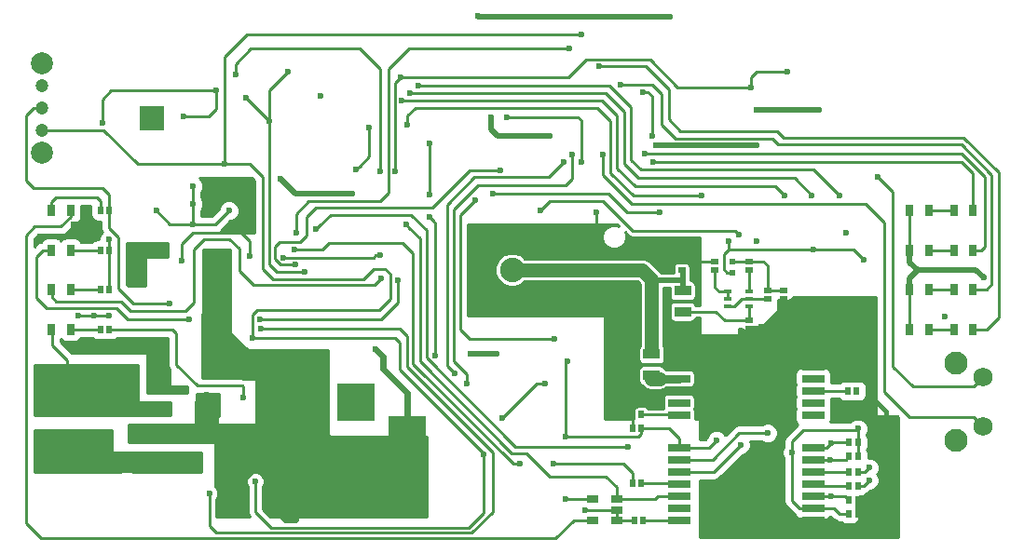
<source format=gbr>
G04 #@! TF.FileFunction,Copper,L2,Bot,Signal*
%FSLAX46Y46*%
G04 Gerber Fmt 4.6, Leading zero omitted, Abs format (unit mm)*
G04 Created by KiCad (PCBNEW 4.0.7) date 05/21/18 17:19:51*
%MOMM*%
%LPD*%
G01*
G04 APERTURE LIST*
%ADD10C,0.100000*%
%ADD11R,3.500120X3.500120*%
%ADD12R,0.650000X0.575000*%
%ADD13R,2.000000X0.800000*%
%ADD14C,0.600000*%
%ADD15R,2.300000X2.300000*%
%ADD16R,0.575000X0.650000*%
%ADD17R,1.500000X0.970000*%
%ADD18R,0.670000X1.000000*%
%ADD19C,2.000000*%
%ADD20C,1.200000*%
%ADD21R,0.650000X0.450000*%
%ADD22R,1.060000X0.650000*%
%ADD23C,2.740000*%
%ADD24C,2.240000*%
%ADD25C,2.100000*%
%ADD26C,1.750000*%
%ADD27R,0.500000X0.500000*%
%ADD28C,0.250000*%
%ADD29C,0.400000*%
%ADD30C,0.500000*%
%ADD31C,0.600000*%
%ADD32C,2.000000*%
%ADD33C,2.200000*%
%ADD34C,0.300000*%
%ADD35C,1.233740*%
%ADD36C,0.800000*%
%ADD37C,0.254000*%
G04 APERTURE END LIST*
D10*
D11*
X130800000Y-96999860D03*
X130800000Y-102999340D03*
X135499000Y-99999600D03*
D12*
X160400000Y-85000000D03*
X160400000Y-84225000D03*
D13*
X160143000Y-107774500D03*
X160143000Y-106674500D03*
X160143000Y-105574500D03*
X160143000Y-104474500D03*
X160143000Y-103374500D03*
X160143000Y-102274500D03*
X160143000Y-101174500D03*
X160143000Y-98174500D03*
X160143000Y-97074500D03*
X160143000Y-95974500D03*
X160143000Y-94874500D03*
X160143000Y-93774500D03*
X172343000Y-93774500D03*
X172343000Y-94874500D03*
X172343000Y-95974500D03*
X172343000Y-97074500D03*
X172343000Y-98174500D03*
X172343000Y-101174500D03*
X172343000Y-102274500D03*
X172343000Y-103374500D03*
X172343000Y-104474500D03*
X172343000Y-105574500D03*
X172343000Y-106674500D03*
X172343000Y-107774500D03*
D14*
X112268000Y-71247000D03*
X112768000Y-71747000D03*
X111768000Y-71747000D03*
X112768000Y-70747000D03*
X111768000Y-70747000D03*
D15*
X112269000Y-71247000D03*
D12*
X169672000Y-86861500D03*
X169672000Y-87636500D03*
D16*
X156724500Y-98171000D03*
X155949500Y-98171000D03*
X156724500Y-99441000D03*
X155949500Y-99441000D03*
X175628000Y-105918000D03*
X176403000Y-105918000D03*
D12*
X166497000Y-89592000D03*
X166497000Y-90367000D03*
D16*
X156851500Y-107823000D03*
X156076500Y-107823000D03*
X175628000Y-107188000D03*
X176403000Y-107188000D03*
D17*
X160500000Y-86900000D03*
X160500000Y-88810000D03*
D18*
X182875000Y-90400000D03*
X181125000Y-90400000D03*
X182875000Y-86800000D03*
X181125000Y-86800000D03*
X182875000Y-83200000D03*
X181125000Y-83200000D03*
X182875000Y-79600000D03*
X181125000Y-79600000D03*
D16*
X108387500Y-90400000D03*
X107612500Y-90400000D03*
X108387500Y-86800000D03*
X107612500Y-86800000D03*
X108387500Y-83200000D03*
X107612500Y-83200000D03*
X176276000Y-96012000D03*
X175501000Y-96012000D03*
X176403000Y-100711000D03*
X175628000Y-100711000D03*
X176403000Y-101981000D03*
X175628000Y-101981000D03*
D12*
X166497000Y-84994900D03*
X166497000Y-84219900D03*
X168211500Y-87636500D03*
X168211500Y-86861500D03*
X163423600Y-84219900D03*
X163423600Y-84994900D03*
D16*
X175628000Y-103378000D03*
X176403000Y-103378000D03*
X155949500Y-104394000D03*
X156724500Y-104394000D03*
X175628000Y-104648000D03*
X176403000Y-104648000D03*
X108387500Y-79600000D03*
X107612500Y-79600000D03*
D19*
X102280000Y-74380000D03*
X102280000Y-66180000D03*
D20*
X102280000Y-72280000D03*
X102280000Y-70280000D03*
X102280000Y-68280000D03*
D21*
X166499580Y-86980000D03*
X166499580Y-88280000D03*
X164599580Y-87630000D03*
X166499580Y-87630000D03*
X164599580Y-88280000D03*
X164599580Y-86980000D03*
D22*
X154490600Y-105869700D03*
X154490600Y-106819700D03*
X154490600Y-107769700D03*
X152290600Y-107769700D03*
X152290600Y-105869700D03*
D23*
X142460000Y-82460000D03*
X147540000Y-82460000D03*
X147540000Y-87540000D03*
X142460000Y-87540000D03*
D24*
X145000000Y-85000000D03*
D25*
X185324000Y-100502000D03*
D26*
X187814000Y-99242000D03*
X187814000Y-94742000D03*
D25*
X185324000Y-93492000D03*
D27*
X165023800Y-85221700D03*
X165023800Y-84221700D03*
D17*
X157657800Y-92669400D03*
X157657800Y-94579400D03*
D18*
X104875000Y-90400000D03*
X103125000Y-90400000D03*
X185125000Y-90400000D03*
X186875000Y-90400000D03*
X185125000Y-86800000D03*
X186875000Y-86800000D03*
X185125000Y-83200000D03*
X186875000Y-83200000D03*
X185125000Y-79600000D03*
X186875000Y-79600000D03*
X104875000Y-86800000D03*
X103125000Y-86800000D03*
X104875000Y-83200000D03*
X103125000Y-83200000D03*
X104875000Y-79600000D03*
X103125000Y-79600000D03*
D14*
X132600000Y-92200000D03*
X125500000Y-95400000D03*
X126700000Y-97500000D03*
X126700000Y-96500000D03*
X126700000Y-95400000D03*
X125500000Y-95400000D03*
X125500000Y-96500000D03*
X125500000Y-97500000D03*
X141884400Y-61925200D03*
X187849000Y-85725000D03*
X143600000Y-92600000D03*
X141200000Y-92600000D03*
X125299994Y-107700000D03*
X124500006Y-107700000D03*
X125300000Y-103000000D03*
X125300000Y-103800000D03*
X125300000Y-104600000D03*
X125300000Y-105400000D03*
X125300000Y-106900000D03*
X125300000Y-106200000D03*
X124500000Y-106200000D03*
X124500000Y-106900000D03*
X123600000Y-106200000D03*
X123600000Y-106900000D03*
X159344360Y-61955680D03*
X167228522Y-82369830D03*
X118008400Y-84582000D03*
X169621200Y-97282000D03*
X169595800Y-95326200D03*
X167005000Y-95351600D03*
X166928800Y-97231200D03*
X164109400Y-97231200D03*
X164109400Y-95453200D03*
X174421800Y-93776800D03*
X169545000Y-93774500D03*
X164084000Y-93774500D03*
X178943000Y-102870000D03*
X178943000Y-104013000D03*
X169672000Y-90360500D03*
X172343000Y-91782900D03*
X164553900Y-107797600D03*
X164553900Y-106375200D03*
X166839900Y-93776800D03*
X166103300Y-107784900D03*
X166103300Y-106387900D03*
X167487600Y-107784900D03*
X167487600Y-106387900D03*
X169037000Y-106387900D03*
X169024300Y-107784900D03*
X170383200Y-107784900D03*
X159735520Y-82354420D03*
X143118840Y-71125080D03*
X148429980Y-72806560D03*
X152633680Y-81147920D03*
X152633680Y-79776320D03*
X117348000Y-84975700D03*
X118630700Y-84963000D03*
X117348000Y-83997800D03*
X118618000Y-83997800D03*
X118237000Y-91236800D03*
X110441740Y-100467160D03*
X112854740Y-100464620D03*
X111658400Y-100469700D03*
X158064200Y-73660000D03*
X111653320Y-99605874D03*
X112854512Y-99605874D03*
X110441512Y-99605874D03*
X117289000Y-97160400D03*
X118110000Y-68707000D03*
X115112800Y-71018400D03*
X151654000Y-106816400D03*
X178943000Y-105191560D03*
X130479800Y-78028800D03*
X123952000Y-76682600D03*
X167220900Y-73675410D03*
X108381800Y-82194400D03*
X167233600Y-70485000D03*
X172897800Y-70485000D03*
X182636160Y-85018880D03*
X107746800Y-71628000D03*
X184277000Y-89230200D03*
X173977300Y-105582720D03*
X142400000Y-101800000D03*
X147988020Y-95371920D03*
X144096740Y-98470720D03*
X175374300Y-81597500D03*
X178206400Y-76555600D03*
X165600380Y-81772760D03*
X147558760Y-79568040D03*
X156870400Y-68808600D03*
X157703520Y-72811640D03*
X151282402Y-63601600D03*
X121361200Y-91211400D03*
X121666000Y-104241600D03*
X118872000Y-75377000D03*
X176403000Y-99441000D03*
X138023600Y-92811600D03*
X149979380Y-93304360D03*
X172356780Y-83108800D03*
X164668200Y-82412840D03*
X163576000Y-100482400D03*
X170434000Y-101600000D03*
X137490201Y-80213199D03*
X124231400Y-83870798D03*
X113842800Y-88036400D03*
X149847300Y-100190300D03*
X176936400Y-84048600D03*
X149847300Y-105867200D03*
X137490200Y-78117700D03*
X137464804Y-73456800D03*
X127609600Y-69215000D03*
X133019800Y-83693000D03*
X143954500Y-75946000D03*
X125262640Y-84505800D03*
X105002400Y-92000000D03*
X113309400Y-91668600D03*
X110667800Y-92000000D03*
X107924600Y-92000000D03*
X113576100Y-92887800D03*
X112458500Y-95923100D03*
X112458500Y-92887800D03*
X112458500Y-94462600D03*
X113588800Y-94462600D03*
X108381800Y-89128600D03*
X107010200Y-89128600D03*
X105537000Y-89128600D03*
X109350000Y-92000000D03*
X106700000Y-92000000D03*
X110515400Y-102133400D03*
X113487200Y-102438200D03*
X109347000Y-102539800D03*
X115722400Y-102997000D03*
X107619800Y-101320600D03*
X116268500Y-102235000D03*
X114808000Y-102233000D03*
X102031800Y-102235000D03*
X102031800Y-100431600D03*
X106832400Y-102233000D03*
X106832400Y-100431600D03*
X104521000Y-100431600D03*
X109475000Y-95173800D03*
X104521000Y-95681800D03*
X111633000Y-97695874D03*
X104521000Y-97472500D03*
X101993700Y-97472502D03*
X106794298Y-93980000D03*
X106794296Y-95631000D03*
X101993698Y-95631000D03*
X109450000Y-94000000D03*
X109475000Y-96300000D03*
X106800000Y-97475000D03*
X102000000Y-94050000D03*
X104521000Y-93980000D03*
X152882598Y-66497200D03*
X120827800Y-69367402D03*
X170002200Y-66979800D03*
X122915680Y-71460360D03*
X126136398Y-85166200D03*
X134366000Y-76073000D03*
X166687500Y-68376800D03*
X134886700Y-67462400D03*
X124597160Y-66944240D03*
X133121400Y-85750400D03*
X134620000Y-85928200D03*
X122097800Y-89509600D03*
X115620800Y-89509600D03*
X132969000Y-76072992D03*
X119853142Y-67224021D03*
X135712200Y-68935600D03*
X172237400Y-78232000D03*
X134975600Y-69621400D03*
X169722800Y-78232000D03*
X162229800Y-78232000D03*
X135483600Y-71780400D03*
X158419800Y-79781400D03*
X143205200Y-78079600D03*
X136474196Y-68224400D03*
X174726600Y-78232000D03*
X148800000Y-91250000D03*
X141675000Y-78625000D03*
X125171200Y-83159600D03*
X145669000Y-102641400D03*
X148767800Y-102641400D03*
X153212800Y-74523600D03*
X151282400Y-75158600D03*
X144551400Y-71094600D03*
X139800000Y-94400000D03*
X149682200Y-75184000D03*
X140900000Y-95300000D03*
X150469600Y-74523600D03*
X150177500Y-64897000D03*
X125349000Y-81635600D03*
X177419000Y-104140000D03*
X155500000Y-101100000D03*
X127177800Y-81280000D03*
X177419000Y-102997000D03*
X135331200Y-80899000D03*
X165760400Y-100939600D03*
X168224200Y-99847400D03*
X105130600Y-81940400D03*
X107137200Y-81940400D03*
X107136110Y-80826742D03*
X105154637Y-80835765D03*
X110744000Y-86106000D03*
X110744000Y-85153500D03*
X110744000Y-84328000D03*
X154838400Y-68148200D03*
X157060900Y-74409300D03*
X157772100Y-75209400D03*
X121163571Y-83718400D03*
X114960400Y-84150200D03*
X112648071Y-79622779D03*
X119252071Y-79622779D03*
X112648071Y-79622779D03*
X116000000Y-77372779D03*
X116000000Y-80875000D03*
X116000000Y-79000000D03*
X120573800Y-96621600D03*
X117475000Y-105333800D03*
X122123200Y-90373200D03*
X130810000Y-75882500D03*
X131978400Y-72059800D03*
X173913800Y-102273100D03*
X173990000Y-100774500D03*
D28*
X155949500Y-98171000D02*
X155949500Y-99441000D01*
X156076500Y-107823000D02*
X154543900Y-107823000D01*
X154543900Y-107823000D02*
X154490600Y-107769700D01*
D29*
X174421800Y-93776800D02*
X176961800Y-93776800D01*
X177927000Y-94742000D02*
X177927000Y-96901000D01*
X176961800Y-93776800D02*
X177927000Y-94742000D01*
X177927000Y-96901000D02*
X178943000Y-97917000D01*
X178943000Y-97917000D02*
X178943000Y-102870000D01*
D30*
X176403000Y-107188000D02*
X177533300Y-107188000D01*
X177533300Y-107188000D02*
X178943000Y-105778300D01*
X178943000Y-105778300D02*
X178943000Y-105191560D01*
X176403000Y-105918000D02*
X176403000Y-107188000D01*
D31*
X133273800Y-93967300D02*
X133273800Y-92873800D01*
X133273800Y-92873800D02*
X132600000Y-92200000D01*
D28*
X126700000Y-96500000D02*
X126700000Y-97500000D01*
X125500000Y-95400000D02*
X126700000Y-95400000D01*
X125500000Y-97500000D02*
X125500000Y-96500000D01*
X160400000Y-84225000D02*
X163418500Y-84225000D01*
X163418500Y-84225000D02*
X163423600Y-84219900D01*
X159735520Y-82354420D02*
X159735520Y-84135520D01*
X159735520Y-84135520D02*
X159825000Y-84225000D01*
X159825000Y-84225000D02*
X160400000Y-84225000D01*
D30*
X141914880Y-61955680D02*
X141884400Y-61925200D01*
X159344360Y-61955680D02*
X141914880Y-61955680D01*
D31*
X135499000Y-96192500D02*
X135499000Y-99999600D01*
X133273800Y-93967300D02*
X135499000Y-96192500D01*
D30*
X182636160Y-85018880D02*
X187142880Y-85018880D01*
X187142880Y-85018880D02*
X187849000Y-85725000D01*
X141200000Y-92600000D02*
X143600000Y-92600000D01*
D28*
X130800000Y-105400000D02*
X130800000Y-102999340D01*
X125299994Y-107700000D02*
X125299994Y-106900006D01*
X125299994Y-106900006D02*
X125300000Y-106900000D01*
D31*
X124500006Y-107700000D02*
X125299994Y-107700000D01*
X125000000Y-106900000D02*
X125000000Y-107200006D01*
X123600000Y-106900000D02*
X124400000Y-107700000D01*
X125000000Y-107200006D02*
X124800005Y-107400001D01*
X124400000Y-107700000D02*
X124500006Y-107700000D01*
X124500000Y-106900000D02*
X124500000Y-107699994D01*
X124800005Y-107400001D02*
X124500006Y-107700000D01*
X124500000Y-107699994D02*
X124500006Y-107700000D01*
X123400000Y-105575736D02*
X123400000Y-105200000D01*
X123600000Y-106200000D02*
X123600000Y-105775736D01*
X123600000Y-105775736D02*
X123400000Y-105575736D01*
X124500000Y-106900000D02*
X125000000Y-106900000D01*
X125000000Y-106900000D02*
X125300000Y-106900000D01*
X123600000Y-106600000D02*
X123600000Y-106900000D01*
X123600000Y-106200000D02*
X123600000Y-106600000D01*
X123600000Y-106600000D02*
X125300000Y-106600000D01*
D28*
X125300000Y-106200000D02*
X125300000Y-106600000D01*
X125300000Y-106600000D02*
X125300000Y-106900000D01*
D31*
X124500000Y-106900000D02*
X123600000Y-106900000D01*
X123600000Y-106200000D02*
X124500000Y-106200000D01*
X125300000Y-106200000D02*
X129949400Y-106200000D01*
X129949400Y-106200000D02*
X130800000Y-105349400D01*
X130800000Y-105349400D02*
X130800000Y-102999340D01*
X125300000Y-105400000D02*
X130749400Y-105400000D01*
X130749400Y-105400000D02*
X130800000Y-105349400D01*
X125300000Y-104600000D02*
X129199340Y-104600000D01*
X129199340Y-104600000D02*
X130800000Y-102999340D01*
X125300000Y-103800000D02*
X129999340Y-103800000D01*
X129999340Y-103800000D02*
X130800000Y-102999340D01*
X130800000Y-102999340D02*
X125300660Y-102999340D01*
X125300660Y-102999340D02*
X125300000Y-103000000D01*
D32*
X130800000Y-102999340D02*
X132499260Y-102999340D01*
X132499260Y-102999340D02*
X135499000Y-99999600D01*
D28*
X125300000Y-104600000D02*
X125300000Y-103800000D01*
X125300000Y-106200000D02*
X125300000Y-105400000D01*
X124500000Y-106900000D02*
X124500000Y-106200000D01*
X118033806Y-84582000D02*
X118008400Y-84582000D01*
X118308401Y-84307405D02*
X118033806Y-84582000D01*
X118308401Y-84307401D02*
X118308401Y-84307405D01*
X118592600Y-84023202D02*
X118308401Y-84307401D01*
X118618000Y-83997800D02*
X118308401Y-84307401D01*
X118592600Y-83997800D02*
X118592600Y-84023202D01*
X169621200Y-97282000D02*
X166979600Y-97282000D01*
X166979600Y-97282000D02*
X166928800Y-97231200D01*
X167005000Y-95351600D02*
X169570400Y-95351600D01*
X169570400Y-95351600D02*
X169595800Y-95326200D01*
X164109400Y-97231200D02*
X166928800Y-97231200D01*
X164084000Y-93774500D02*
X164084000Y-95427800D01*
X164084000Y-95427800D02*
X164109400Y-95453200D01*
X166839900Y-93776800D02*
X164086300Y-93776800D01*
X164086300Y-93776800D02*
X164084000Y-93774500D01*
D33*
X165460764Y-91973400D02*
X161544000Y-91973400D01*
X166839900Y-93776800D02*
X166839900Y-93352536D01*
X166839900Y-93352536D02*
X165460764Y-91973400D01*
D30*
X172343000Y-93774500D02*
X174419500Y-93774500D01*
X174419500Y-93774500D02*
X174421800Y-93776800D01*
X169545000Y-93774500D02*
X166842200Y-93774500D01*
X172343000Y-93774500D02*
X169545000Y-93774500D01*
X160143000Y-93774500D02*
X164084000Y-93774500D01*
X178943000Y-104013000D02*
X178943000Y-102870000D01*
X178943000Y-105191560D02*
X178943000Y-104013000D01*
X166497000Y-90367000D02*
X169665500Y-90367000D01*
X169665500Y-90367000D02*
X169672000Y-90360500D01*
X169672000Y-87636500D02*
X169672000Y-90360500D01*
X172343000Y-93774500D02*
X172343000Y-91782900D01*
X164553900Y-107797600D02*
X166090600Y-107797600D01*
X166090600Y-107797600D02*
X166103300Y-107784900D01*
X164553900Y-106375200D02*
X166090600Y-106375200D01*
X166090600Y-106375200D02*
X166103300Y-106387900D01*
X166842200Y-93774500D02*
X166839900Y-93776800D01*
X166103300Y-107784900D02*
X167487600Y-107784900D01*
X167487600Y-106387900D02*
X166103300Y-106387900D01*
X167487600Y-107784900D02*
X169024300Y-107784900D01*
X169037000Y-106387900D02*
X167487600Y-106387900D01*
X170383200Y-107784900D02*
X169024300Y-107784900D01*
X172343000Y-107774500D02*
X170393600Y-107774500D01*
X170393600Y-107774500D02*
X170383200Y-107784900D01*
X130479800Y-78028800D02*
X125298200Y-78028800D01*
X125298200Y-78028800D02*
X123952000Y-76682600D01*
D29*
X169672000Y-87636500D02*
X169672000Y-89052400D01*
X166497000Y-90367000D02*
X168357400Y-90367000D01*
D30*
X158064200Y-73660000D02*
X167205490Y-73660000D01*
X167205490Y-73660000D02*
X167220900Y-73675410D01*
X167233600Y-70485000D02*
X172897800Y-70485000D01*
D28*
X108381800Y-83194300D02*
X108387500Y-83200000D01*
X108381800Y-82194400D02*
X108381800Y-83194300D01*
X108387500Y-83775000D02*
X108387500Y-86800000D01*
X108387500Y-83200000D02*
X108387500Y-83775000D01*
D30*
X181125000Y-83200000D02*
X181125000Y-84290040D01*
X181125000Y-84290040D02*
X181853840Y-85018880D01*
X182636160Y-85018880D02*
X181853840Y-85018880D01*
X181125000Y-86800000D02*
X181125000Y-85747720D01*
X181125000Y-85747720D02*
X181853840Y-85018880D01*
X143118840Y-71125080D02*
X143118840Y-72252840D01*
X143118840Y-72252840D02*
X143672560Y-72806560D01*
X143672560Y-72806560D02*
X148005716Y-72806560D01*
X148005716Y-72806560D02*
X148429980Y-72806560D01*
D33*
X117289000Y-97160400D02*
X117289000Y-99712200D01*
D28*
X152633680Y-79776320D02*
X152633680Y-81147920D01*
X115112800Y-71018400D02*
X117449600Y-71018400D01*
X117449600Y-71018400D02*
X118110000Y-70358000D01*
X118110000Y-70358000D02*
X118110000Y-68707000D01*
X116687600Y-68707000D02*
X118110000Y-68707000D01*
X108559600Y-68707000D02*
X116687600Y-68707000D01*
X154490600Y-106819700D02*
X151657300Y-106819700D01*
X151657300Y-106819700D02*
X151654000Y-106816400D01*
X154490600Y-106819700D02*
X154490600Y-107769700D01*
X107746800Y-69519800D02*
X108559600Y-68707000D01*
X107746800Y-71628000D02*
X107746800Y-69519800D01*
X167220900Y-73660000D02*
X167220900Y-73675410D01*
X181125000Y-86800000D02*
X181125000Y-85732480D01*
X181125000Y-85732480D02*
X181838600Y-85018880D01*
X181838600Y-85018880D02*
X182636160Y-85018880D01*
X181125000Y-79600000D02*
X181125000Y-83200000D01*
X181125000Y-90400000D02*
X181125000Y-89650000D01*
X181125000Y-89650000D02*
X181125000Y-86800000D01*
X173977300Y-105582720D02*
X175292720Y-105582720D01*
X175292720Y-105582720D02*
X175628000Y-105918000D01*
X173977300Y-105582720D02*
X172351220Y-105582720D01*
X172351220Y-105582720D02*
X172343000Y-105574500D01*
X181418199Y-95616999D02*
X186939001Y-95616999D01*
X186939001Y-95616999D02*
X187814000Y-94742000D01*
X118872000Y-75377000D02*
X121147800Y-75377000D01*
X132918200Y-88620600D02*
X121793000Y-88620600D01*
X121147800Y-75377000D02*
X122326400Y-76555600D01*
X133908800Y-85344000D02*
X133908800Y-87630000D01*
X121361200Y-90787136D02*
X121361200Y-91211400D01*
X122326400Y-76555600D02*
X122326400Y-84917724D01*
X122326400Y-84917724D02*
X123235438Y-85826762D01*
X123235438Y-85826762D02*
X131444838Y-85826762D01*
X133451600Y-84886800D02*
X133908800Y-85344000D01*
X131444838Y-85826762D02*
X132384800Y-84886800D01*
X132384800Y-84886800D02*
X133451600Y-84886800D01*
X133908800Y-87630000D02*
X132918200Y-88620600D01*
X121793000Y-88620600D02*
X121361200Y-89052400D01*
X121361200Y-89052400D02*
X121361200Y-90787136D01*
X142400000Y-101800000D02*
X142400000Y-101683800D01*
X142400000Y-101683800D02*
X134747000Y-94030800D01*
X134747000Y-94030800D02*
X134747000Y-91643200D01*
X134747000Y-91643200D02*
X134315200Y-91211400D01*
X134315200Y-91211400D02*
X121361200Y-91211400D01*
X121666000Y-104241600D02*
X121666000Y-107035600D01*
X121666000Y-107035600D02*
X123088400Y-108458000D01*
X123088400Y-108458000D02*
X141042000Y-108458000D01*
X141042000Y-108458000D02*
X142400000Y-107100000D01*
X142400000Y-107100000D02*
X142400000Y-102224264D01*
X142400000Y-102224264D02*
X142400000Y-101800000D01*
X178206400Y-76555600D02*
X179578000Y-77927200D01*
X179578000Y-77927200D02*
X179578000Y-93776800D01*
X179578000Y-93776800D02*
X181418199Y-95616999D01*
X144096740Y-98470720D02*
X147195540Y-95371920D01*
X147195540Y-95371920D02*
X147563756Y-95371920D01*
X147563756Y-95371920D02*
X147988020Y-95371920D01*
X155945561Y-81472761D02*
X165300381Y-81472761D01*
X153202640Y-78729840D02*
X155945561Y-81472761D01*
X152605740Y-78729840D02*
X153202640Y-78729840D01*
X165300381Y-81472761D02*
X165600380Y-81772760D01*
X152605740Y-78729840D02*
X153228040Y-78729840D01*
X148396960Y-78729840D02*
X152605740Y-78729840D01*
X147558760Y-79568040D02*
X148396960Y-78729840D01*
X157703520Y-72811640D02*
X157703520Y-69209920D01*
X157703520Y-69209920D02*
X157302200Y-68808600D01*
X157302200Y-68808600D02*
X156870400Y-68808600D01*
X150858138Y-63601600D02*
X151282402Y-63601600D01*
X118872000Y-65633600D02*
X120904000Y-63601600D01*
X120904000Y-63601600D02*
X150858138Y-63601600D01*
X118872000Y-75377000D02*
X118872000Y-65633600D01*
X107890800Y-72280000D02*
X110987800Y-75377000D01*
X110987800Y-75377000D02*
X118872000Y-75377000D01*
X102280000Y-72280000D02*
X107890800Y-72280000D01*
X159258000Y-99441000D02*
X160143000Y-100326000D01*
X160143000Y-100326000D02*
X160143000Y-101174500D01*
X156724500Y-99441000D02*
X159258000Y-99441000D01*
X149847300Y-100190300D02*
X156476700Y-100190300D01*
X156476700Y-100190300D02*
X156724500Y-99942500D01*
X156724500Y-99942500D02*
X156724500Y-99441000D01*
X172343000Y-106674500D02*
X174244000Y-106674500D01*
X175628000Y-107188000D02*
X174757500Y-107188000D01*
X174757500Y-107188000D02*
X174244000Y-106674500D01*
X170434000Y-100584000D02*
X170434000Y-101175736D01*
X176403000Y-99441000D02*
X176276000Y-99568000D01*
X176276000Y-99568000D02*
X171450000Y-99568000D01*
X171450000Y-99568000D02*
X170434000Y-100584000D01*
X170434000Y-101175736D02*
X170434000Y-101600000D01*
X176403000Y-99441000D02*
X176403000Y-100711000D01*
X176403000Y-101981000D02*
X176403000Y-100711000D01*
X138023600Y-92600000D02*
X138023600Y-80746598D01*
X138023600Y-92811600D02*
X138023600Y-92600000D01*
X102280000Y-70280000D02*
X101500200Y-70280000D01*
X100812600Y-70967600D02*
X100812600Y-76911200D01*
X101500200Y-70280000D02*
X100812600Y-70967600D01*
X100812600Y-76911200D02*
X101498400Y-77597000D01*
X101498400Y-77597000D02*
X107797600Y-77597000D01*
X107797600Y-77597000D02*
X108387500Y-78186900D01*
X108387500Y-78186900D02*
X108387500Y-79600000D01*
X149847300Y-100190300D02*
X149847300Y-93436440D01*
X149847300Y-93436440D02*
X149979380Y-93304360D01*
X164693600Y-83108800D02*
X172356780Y-83108800D01*
X172356780Y-83108800D02*
X175996600Y-83108800D01*
X164693600Y-83108800D02*
X164693600Y-82438240D01*
X164693600Y-82438240D02*
X164668200Y-82412840D01*
X175996600Y-83108800D02*
X176636401Y-83748601D01*
X164236400Y-83566000D02*
X164693600Y-83108800D01*
X164236400Y-84934300D02*
X164236400Y-83566000D01*
X164523800Y-85221700D02*
X164236400Y-84934300D01*
X176636401Y-83748601D02*
X176936400Y-84048600D01*
X165023800Y-85221700D02*
X164523800Y-85221700D01*
X163276001Y-100782399D02*
X163576000Y-100482400D01*
X160143000Y-101174500D02*
X162883900Y-101174500D01*
X162883900Y-101174500D02*
X163276001Y-100782399D01*
X170434000Y-101600000D02*
X170434000Y-106015500D01*
X170434000Y-106015500D02*
X171093000Y-106674500D01*
X171093000Y-106674500D02*
X172343000Y-106674500D01*
X138023600Y-80746598D02*
X137790200Y-80513198D01*
X137790200Y-80513198D02*
X137490201Y-80213199D01*
X108387500Y-79600000D02*
X108387500Y-81161100D01*
X108387500Y-81161100D02*
X109245400Y-82019000D01*
X109245400Y-82019000D02*
X109245400Y-86690200D01*
X109245400Y-86690200D02*
X110591600Y-88036400D01*
X110591600Y-88036400D02*
X113842800Y-88036400D01*
X124655664Y-83870798D02*
X124231400Y-83870798D01*
X132417738Y-83870798D02*
X124655664Y-83870798D01*
X132595536Y-83693000D02*
X132417738Y-83870798D01*
X133019800Y-83693000D02*
X132595536Y-83693000D01*
X149847300Y-105867200D02*
X152288100Y-105867200D01*
X152288100Y-105867200D02*
X152290600Y-105869700D01*
X172337500Y-106680000D02*
X172343000Y-106674500D01*
X172348500Y-106680000D02*
X172343000Y-106674500D01*
X137464804Y-78092304D02*
X137490200Y-78117700D01*
X137464804Y-73456800D02*
X137464804Y-78092304D01*
X141147800Y-75946000D02*
X143530236Y-75946000D01*
X137718800Y-79375000D02*
X141147800Y-75946000D01*
X126306580Y-80220820D02*
X127152400Y-79375000D01*
X126306580Y-81856580D02*
X126306580Y-80220820D01*
X125724920Y-82438240D02*
X126306580Y-81856580D01*
X123878340Y-82438240D02*
X125724920Y-82438240D01*
X123416060Y-82900520D02*
X123878340Y-82438240D01*
X123416060Y-83980460D02*
X123416060Y-82900520D01*
X143530236Y-75946000D02*
X143954500Y-75946000D01*
X125262640Y-84505800D02*
X123941400Y-84505800D01*
X123941400Y-84505800D02*
X123416060Y-83980460D01*
X127152400Y-79375000D02*
X137718800Y-79375000D01*
X106700000Y-92000000D02*
X105002400Y-92000000D01*
X109350000Y-92000000D02*
X110667800Y-92000000D01*
X110667800Y-92000000D02*
X111570700Y-92000000D01*
X106700000Y-92000000D02*
X107924600Y-92000000D01*
X112458500Y-92887800D02*
X113576100Y-92887800D01*
X112158501Y-92587801D02*
X112458500Y-92887800D01*
X111570700Y-92000000D02*
X112158501Y-92587801D01*
X112458500Y-94462600D02*
X112458500Y-92887800D01*
X113588800Y-94462600D02*
X112458500Y-94462600D01*
X107010200Y-89128600D02*
X108381800Y-89128600D01*
X105537000Y-89128600D02*
X107010200Y-89128600D01*
X110215401Y-102433399D02*
X110515400Y-102133400D01*
X110109000Y-102539800D02*
X110215401Y-102433399D01*
X109347000Y-102539800D02*
X110109000Y-102539800D01*
X116268500Y-102235000D02*
X116268500Y-102450900D01*
X116268500Y-102450900D02*
X115722400Y-102997000D01*
X107619800Y-101320600D02*
X107619800Y-101445600D01*
X107619800Y-101445600D02*
X106832400Y-102233000D01*
X102031800Y-102235000D02*
X102031800Y-100431600D01*
X104521000Y-100431600D02*
X106832400Y-100431600D01*
X109475000Y-95173800D02*
X109475000Y-94025000D01*
X109475000Y-96300000D02*
X109475000Y-95173800D01*
X104521000Y-93980000D02*
X104521000Y-95681800D01*
X104521000Y-95681800D02*
X104521000Y-97472500D01*
X106794296Y-95631000D02*
X104571800Y-95631000D01*
X104571800Y-95631000D02*
X104521000Y-95681800D01*
D34*
X106794298Y-93980000D02*
X109430000Y-93980000D01*
X109430000Y-93980000D02*
X109450000Y-94000000D01*
D28*
X103200000Y-90400000D02*
X103200000Y-91884300D01*
X103200000Y-91884300D02*
X104521000Y-93205300D01*
X104521000Y-93205300D02*
X104521000Y-93980000D01*
X104523500Y-97475000D02*
X104521000Y-97472500D01*
X106800000Y-97475000D02*
X104523500Y-97475000D01*
X101993698Y-97472500D02*
X101993700Y-97472502D01*
X101993698Y-95631000D02*
X101993698Y-97472500D01*
X106794296Y-93980002D02*
X106794298Y-93980000D01*
X106794296Y-95631000D02*
X106794296Y-93980002D01*
X102000000Y-94050000D02*
X102000000Y-95624698D01*
X102000000Y-95624698D02*
X101993698Y-95631000D01*
X109475000Y-94025000D02*
X109450000Y-94000000D01*
X156724500Y-98171000D02*
X160139500Y-98171000D01*
X160139500Y-98171000D02*
X160143000Y-98174500D01*
X104800000Y-90400000D02*
X107612500Y-90400000D01*
X185125000Y-90400000D02*
X182875000Y-90400000D01*
X152882598Y-66497200D02*
X157124400Y-66497200D01*
X157124400Y-66497200D02*
X159232600Y-68605400D01*
X159232600Y-68605400D02*
X159232600Y-71323200D01*
X189179200Y-89357200D02*
X188136400Y-90400000D01*
X159232600Y-71323200D02*
X160299400Y-72390000D01*
X188136400Y-90400000D02*
X186875000Y-90400000D01*
X160299400Y-72390000D02*
X169100500Y-72390000D01*
X189179200Y-76149200D02*
X189179200Y-89357200D01*
X169100500Y-72390000D02*
X169672000Y-72961500D01*
X169672000Y-72961500D02*
X185991500Y-72961500D01*
X185991500Y-72961500D02*
X189179200Y-76149200D01*
X185125000Y-83200000D02*
X182875000Y-83200000D01*
X124597160Y-66944240D02*
X122915680Y-68625720D01*
X122915680Y-68625720D02*
X122915680Y-71460360D01*
X122915680Y-71460360D02*
X120827800Y-69372480D01*
X120827800Y-69372480D02*
X120827800Y-69367402D01*
X126136398Y-85166200D02*
X123565920Y-85166200D01*
X123565920Y-85166200D02*
X122910600Y-84510880D01*
X122910600Y-84510880D02*
X122910600Y-71465440D01*
X122910600Y-71465440D02*
X122915680Y-71460360D01*
X170002200Y-66979800D02*
X167208200Y-66979800D01*
X166687500Y-67500500D02*
X166687500Y-68376800D01*
X167208200Y-66979800D02*
X166687500Y-67500500D01*
X134886700Y-67462400D02*
X150114000Y-67462400D01*
X151704201Y-65872199D02*
X157540799Y-65872199D01*
X150114000Y-67462400D02*
X151704201Y-65872199D01*
X157540799Y-65872199D02*
X160045400Y-68376800D01*
X160045400Y-68376800D02*
X166687500Y-68376800D01*
X134886700Y-67462400D02*
X134350599Y-67998501D01*
X134350599Y-67998501D02*
X134350599Y-76057599D01*
X134350599Y-76057599D02*
X134366000Y-76073000D01*
X103200000Y-86800000D02*
X103200000Y-87485000D01*
X109448600Y-87858600D02*
X110337600Y-88747600D01*
X103200000Y-87485000D02*
X103573600Y-87858600D01*
X103573600Y-87858600D02*
X109448600Y-87858600D01*
X110337600Y-88747600D02*
X115316000Y-88747600D01*
X120192800Y-83083400D02*
X120192800Y-85115400D01*
X115316000Y-88747600D02*
X116103400Y-87960200D01*
X116103400Y-87960200D02*
X116103400Y-83108800D01*
X116103400Y-83108800D02*
X117017800Y-82194400D01*
X117017800Y-82194400D02*
X119303800Y-82194400D01*
X119303800Y-82194400D02*
X120192800Y-83083400D01*
X120192800Y-85115400D02*
X121462800Y-86385400D01*
X121462800Y-86385400D02*
X132486400Y-86385400D01*
X132486400Y-86385400D02*
X133121400Y-85750400D01*
X104800000Y-83200000D02*
X107612500Y-83200000D01*
X103200000Y-83200000D02*
X102340000Y-83200000D01*
X101727000Y-83813000D02*
X101727000Y-87579200D01*
X102340000Y-83200000D02*
X101727000Y-83813000D01*
X122097800Y-89509600D02*
X133070600Y-89509600D01*
X133070600Y-89509600D02*
X134620000Y-87960200D01*
X134620000Y-87960200D02*
X134620000Y-85928200D01*
X109077599Y-88503599D02*
X110083600Y-89509600D01*
X110083600Y-89509600D02*
X115620800Y-89509600D01*
X101727000Y-87579200D02*
X102651399Y-88503599D01*
X102651399Y-88503599D02*
X109077599Y-88503599D01*
X119853142Y-67224021D02*
X119853142Y-66278058D01*
X119853142Y-66278058D02*
X121234200Y-64897000D01*
X121234200Y-64897000D02*
X131114800Y-64897000D01*
X132969000Y-75648728D02*
X132969000Y-76072992D01*
X131114800Y-64897000D02*
X132969000Y-66751200D01*
X132969000Y-66751200D02*
X132969000Y-75648728D01*
X172237400Y-78232000D02*
X170662600Y-76657200D01*
X170662600Y-76657200D02*
X156438600Y-76657200D01*
X156438600Y-76657200D02*
X155168600Y-75387200D01*
X155168600Y-75387200D02*
X155168600Y-70612000D01*
X153492200Y-68935600D02*
X136136464Y-68935600D01*
X155168600Y-70612000D02*
X153492200Y-68935600D01*
X136136464Y-68935600D02*
X135712200Y-68935600D01*
X169722800Y-78232000D02*
X168884600Y-77393800D01*
X168884600Y-77393800D02*
X156159200Y-77393800D01*
X156159200Y-77393800D02*
X154508200Y-75742800D01*
X154508200Y-75742800D02*
X154508200Y-70993000D01*
X153136600Y-69621400D02*
X135399864Y-69621400D01*
X154508200Y-70993000D02*
X153136600Y-69621400D01*
X135399864Y-69621400D02*
X134975600Y-69621400D01*
X135483600Y-71780400D02*
X135483600Y-70993000D01*
X135483600Y-70993000D02*
X136194800Y-70281800D01*
X153924000Y-76161900D02*
X155994100Y-78232000D01*
X136194800Y-70281800D02*
X152730200Y-70281800D01*
X152730200Y-70281800D02*
X153924000Y-71475600D01*
X153924000Y-71475600D02*
X153924000Y-76161900D01*
X155994100Y-78232000D02*
X161213800Y-78232000D01*
X161213800Y-78232000D02*
X162229800Y-78232000D01*
X143205200Y-78079600D02*
X153720800Y-78079600D01*
X153720800Y-78079600D02*
X155422600Y-79781400D01*
X155422600Y-79781400D02*
X158419800Y-79781400D01*
X174726600Y-78232000D02*
X172379801Y-75885201D01*
X172379801Y-75885201D02*
X156695301Y-75885201D01*
X155803600Y-70231000D02*
X153797000Y-68224400D01*
X156695301Y-75885201D02*
X155803600Y-74993500D01*
X155803600Y-74993500D02*
X155803600Y-70231000D01*
X153797000Y-68224400D02*
X136898460Y-68224400D01*
X136898460Y-68224400D02*
X136474196Y-68224400D01*
X141675000Y-78625000D02*
X140309600Y-79990400D01*
X140309600Y-79990400D02*
X140309600Y-90434600D01*
X140309600Y-90434600D02*
X141125000Y-91250000D01*
X141125000Y-91250000D02*
X148800000Y-91250000D01*
X155092400Y-102641400D02*
X155949500Y-103498500D01*
X155949500Y-103498500D02*
X155949500Y-104394000D01*
X148767800Y-102641400D02*
X155092400Y-102641400D01*
X145669000Y-102641400D02*
X145084800Y-102641400D01*
X145084800Y-102641400D02*
X135991600Y-93548200D01*
X135991600Y-93548200D02*
X135991600Y-83489800D01*
X135991600Y-83489800D02*
X135051800Y-82550000D01*
X128371600Y-82550000D02*
X127762000Y-83159600D01*
X125595464Y-83159600D02*
X125171200Y-83159600D01*
X135051800Y-82550000D02*
X128371600Y-82550000D01*
X127762000Y-83159600D02*
X125595464Y-83159600D01*
X181094801Y-98367001D02*
X186939001Y-98367001D01*
X186939001Y-98367001D02*
X187814000Y-99242000D01*
X153212800Y-74523600D02*
X153212800Y-76352400D01*
X153212800Y-76352400D02*
X155879800Y-79019400D01*
X178816000Y-96088200D02*
X181094801Y-98367001D01*
X155879800Y-79019400D02*
X177139600Y-79019400D01*
X177139600Y-79019400D02*
X178816000Y-80695800D01*
X178816000Y-80695800D02*
X178816000Y-96088200D01*
X151282400Y-75158600D02*
X151282400Y-71399400D01*
X151282400Y-71399400D02*
X150977600Y-71094600D01*
X150977600Y-71094600D02*
X144551400Y-71094600D01*
X149682200Y-75184000D02*
X148285200Y-76581000D01*
X148285200Y-76581000D02*
X141579600Y-76581000D01*
X141579600Y-76581000D02*
X139090400Y-79070200D01*
X139090400Y-79070200D02*
X139090400Y-93690400D01*
X139090400Y-93690400D02*
X139800000Y-94400000D01*
X150469600Y-74523600D02*
X150469600Y-76733400D01*
X150469600Y-76733400D02*
X149860000Y-77343000D01*
X139700000Y-79527400D02*
X139700000Y-93274998D01*
X149860000Y-77343000D02*
X141884400Y-77343000D01*
X139700000Y-93274998D02*
X140900000Y-94474998D01*
X141884400Y-77343000D02*
X139700000Y-79527400D01*
X140900000Y-94474998D02*
X140900000Y-94875736D01*
X140900000Y-94875736D02*
X140900000Y-95300000D01*
X125349000Y-81635600D02*
X125349000Y-79908400D01*
X125349000Y-79908400D02*
X126517400Y-78740000D01*
X126517400Y-78740000D02*
X132969000Y-78740000D01*
X132969000Y-78740000D02*
X133731000Y-77978000D01*
X133731000Y-77978000D02*
X133731000Y-66751200D01*
X149753236Y-64897000D02*
X150177500Y-64897000D01*
X133731000Y-66751200D02*
X135585200Y-64897000D01*
X135585200Y-64897000D02*
X149753236Y-64897000D01*
X177419000Y-104140000D02*
X176911000Y-104648000D01*
X176911000Y-104648000D02*
X176403000Y-104648000D01*
X145300000Y-101100000D02*
X155500000Y-101100000D01*
X137200000Y-93000000D02*
X145300000Y-101100000D01*
X137200000Y-81400000D02*
X137200000Y-93000000D01*
X135788400Y-79988400D02*
X137200000Y-81400000D01*
X135788400Y-79984600D02*
X135788400Y-79988400D01*
X135788400Y-79984600D02*
X128473200Y-79984600D01*
X128473200Y-79984600D02*
X127477799Y-80980001D01*
X127477799Y-80980001D02*
X127177800Y-81280000D01*
X177419000Y-102997000D02*
X177038000Y-103378000D01*
X177038000Y-103378000D02*
X176403000Y-103378000D01*
X154490600Y-105869700D02*
X154490600Y-104757400D01*
X154490600Y-104757400D02*
X153517600Y-103784400D01*
X135631199Y-81198999D02*
X135331200Y-80899000D01*
X153517600Y-103784400D02*
X148450300Y-103784400D01*
X148450300Y-103784400D02*
X146316700Y-101650800D01*
X146316700Y-101650800D02*
X144932400Y-101650800D01*
X144932400Y-101650800D02*
X136601200Y-93319600D01*
X136601200Y-93319600D02*
X136601200Y-82169000D01*
X136601200Y-82169000D02*
X135631199Y-81198999D01*
X157947400Y-105869700D02*
X158242600Y-105574500D01*
X158242600Y-105574500D02*
X160143000Y-105574500D01*
X154490600Y-105869700D02*
X157947400Y-105869700D01*
X165460401Y-101239599D02*
X165760400Y-100939600D01*
X163325500Y-103374500D02*
X165460401Y-101239599D01*
X160143000Y-103374500D02*
X163325500Y-103374500D01*
X160143000Y-102274500D02*
X163206300Y-102274500D01*
X165633400Y-99847400D02*
X167799936Y-99847400D01*
X163206300Y-102274500D02*
X165633400Y-99847400D01*
X167799936Y-99847400D02*
X168224200Y-99847400D01*
D34*
X110744000Y-84328000D02*
X110744000Y-85153500D01*
D28*
X156851500Y-107823000D02*
X157607000Y-107823000D01*
X157607000Y-107823000D02*
X160094500Y-107823000D01*
X160094500Y-107823000D02*
X160143000Y-107774500D01*
X160140700Y-107772200D02*
X160143000Y-107774500D01*
D30*
X160500000Y-85900000D02*
X160500000Y-85100000D01*
X160500000Y-86900000D02*
X160500000Y-85900000D01*
X160500000Y-85900000D02*
X157700000Y-85900000D01*
X157700000Y-85900000D02*
X157657800Y-85857800D01*
X160500000Y-85100000D02*
X160400000Y-85000000D01*
D35*
X157657800Y-92374400D02*
X157657800Y-85857800D01*
X157657800Y-85857800D02*
X156800000Y-85000000D01*
X156800000Y-85000000D02*
X154367400Y-85000000D01*
X145000000Y-85000000D02*
X154367400Y-85000000D01*
D30*
X154367400Y-85000000D02*
X154372500Y-84994900D01*
D36*
X160143000Y-94874500D02*
X159288900Y-94874500D01*
X159288900Y-94874500D02*
X159288800Y-94874400D01*
X159288800Y-94874400D02*
X158372532Y-94874400D01*
D35*
X158372532Y-94874400D02*
X158372632Y-94874500D01*
X157657800Y-94874400D02*
X158372532Y-94874400D01*
D28*
X168211500Y-84594700D02*
X167836700Y-84219900D01*
X167836700Y-84219900D02*
X166497000Y-84219900D01*
X168211500Y-86861500D02*
X168211500Y-84594700D01*
X165023800Y-84221700D02*
X166495200Y-84221700D01*
X166495200Y-84221700D02*
X166497000Y-84219900D01*
X168211500Y-86861500D02*
X169672000Y-86861500D01*
X160500000Y-88810000D02*
X163511400Y-88810000D01*
X163511400Y-88810000D02*
X164293400Y-89592000D01*
X164293400Y-89592000D02*
X166497000Y-89592000D01*
X166499580Y-88280000D02*
X166499580Y-89589420D01*
X166499580Y-89589420D02*
X166497000Y-89592000D01*
X185125000Y-86800000D02*
X182875000Y-86800000D01*
X186875000Y-86800000D02*
X188078800Y-86800000D01*
X169164000Y-73596500D02*
X168617900Y-73050400D01*
X188078800Y-86800000D02*
X188569600Y-86309200D01*
X188569600Y-86309200D02*
X188569600Y-76352400D01*
X188569600Y-76352400D02*
X185813700Y-73596500D01*
X158572200Y-71805800D02*
X158572200Y-69011800D01*
X185813700Y-73596500D02*
X169164000Y-73596500D01*
X168617900Y-73050400D02*
X159816800Y-73050400D01*
X159816800Y-73050400D02*
X158572200Y-71805800D01*
X158572200Y-69011800D02*
X157708600Y-68148200D01*
X157708600Y-68148200D02*
X154838400Y-68148200D01*
X157060900Y-74409300D02*
X185839100Y-74409300D01*
X187985400Y-76555600D02*
X187985400Y-82854800D01*
X187640200Y-83200000D02*
X186875000Y-83200000D01*
X185839100Y-74409300D02*
X187985400Y-76555600D01*
X187985400Y-82854800D02*
X187640200Y-83200000D01*
X185125000Y-79600000D02*
X182875000Y-79600000D01*
X157772100Y-75209400D02*
X185851800Y-75209400D01*
X185851800Y-75209400D02*
X186875000Y-76232600D01*
X186875000Y-76232600D02*
X186875000Y-79600000D01*
X104800000Y-86800000D02*
X105660000Y-86800000D01*
X105660000Y-86800000D02*
X107612500Y-86800000D01*
X104875000Y-79600000D02*
X104875000Y-80164000D01*
X104875000Y-80164000D02*
X103987600Y-81051400D01*
X103987600Y-81051400D02*
X101612800Y-81051400D01*
X101612800Y-81051400D02*
X100800000Y-81864200D01*
X102223200Y-109423200D02*
X148920200Y-109423200D01*
X100800000Y-81864200D02*
X100800000Y-108000000D01*
X100800000Y-108000000D02*
X102223200Y-109423200D01*
X148920200Y-109423200D02*
X150573700Y-107769700D01*
X150573700Y-107769700D02*
X152290600Y-107769700D01*
X103125000Y-79600000D02*
X103125000Y-78850000D01*
X103125000Y-78850000D02*
X103565200Y-78409800D01*
X103565200Y-78409800D02*
X107289600Y-78409800D01*
X107289600Y-78409800D02*
X107612500Y-78732700D01*
X107612500Y-78732700D02*
X107612500Y-79600000D01*
X121163571Y-83718400D02*
X121163080Y-83717909D01*
X121163080Y-83717909D02*
X121163080Y-82377280D01*
X121163080Y-82377280D02*
X120403190Y-81617390D01*
X120403190Y-81617390D02*
X115943810Y-81617390D01*
X115943810Y-81617390D02*
X114960400Y-82600800D01*
X114960400Y-82600800D02*
X114960400Y-83725936D01*
X114960400Y-83725936D02*
X114960400Y-84150200D01*
X116000000Y-80875000D02*
X117999850Y-80875000D01*
X117999850Y-80875000D02*
X119252071Y-79622779D01*
X116000000Y-80875000D02*
X113900292Y-80875000D01*
X113900292Y-80875000D02*
X112648071Y-79622779D01*
X116000000Y-79000000D02*
X116000000Y-77372779D01*
X116000000Y-80875000D02*
X116000000Y-79000000D01*
X108387500Y-90400000D02*
X114150000Y-90400000D01*
X114150000Y-90400000D02*
X114500000Y-90750000D01*
X114500000Y-90750000D02*
X114500000Y-93621200D01*
X120573800Y-95605600D02*
X120573800Y-96621600D01*
X114500000Y-93621200D02*
X116378800Y-95500000D01*
X116378800Y-95500000D02*
X120468200Y-95500000D01*
X120468200Y-95500000D02*
X120573800Y-95605600D01*
X117475000Y-105333800D02*
X117475000Y-108275000D01*
X134772400Y-90373200D02*
X122123200Y-90373200D01*
X117475000Y-108275000D02*
X118115200Y-108915200D01*
X118115200Y-108915200D02*
X141284800Y-108915200D01*
X141284800Y-108915200D02*
X143205200Y-106994800D01*
X143205200Y-106994800D02*
X143205200Y-101600000D01*
X143205200Y-101600000D02*
X135432800Y-93827600D01*
X135432800Y-93827600D02*
X135432800Y-91033600D01*
X135432800Y-91033600D02*
X134772400Y-90373200D01*
X131109999Y-75582501D02*
X130810000Y-75882500D01*
X131978400Y-72059800D02*
X131978400Y-74714100D01*
X131978400Y-74714100D02*
X131109999Y-75582501D01*
X173913800Y-102273100D02*
X175335900Y-102273100D01*
X175335900Y-102273100D02*
X175628000Y-101981000D01*
X172343000Y-102274500D02*
X173912400Y-102274500D01*
X173912400Y-102274500D02*
X173913800Y-102273100D01*
X175628000Y-103378000D02*
X172346500Y-103378000D01*
X172346500Y-103378000D02*
X172343000Y-103374500D01*
X172352200Y-103365300D02*
X172343000Y-103374500D01*
X175628000Y-104648000D02*
X172516500Y-104648000D01*
X172516500Y-104648000D02*
X172343000Y-104474500D01*
X172351400Y-104482900D02*
X172343000Y-104474500D01*
X175628000Y-100711000D02*
X174053500Y-100711000D01*
X174053500Y-100711000D02*
X173990000Y-100774500D01*
X172343000Y-101174500D02*
X173590000Y-101174500D01*
X173590000Y-101174500D02*
X173990000Y-100774500D01*
X172343000Y-95974500D02*
X172343600Y-95973900D01*
X172343600Y-95973900D02*
X175462900Y-95973900D01*
X175462900Y-95973900D02*
X175501000Y-96012000D01*
X156724500Y-104394000D02*
X160062500Y-104394000D01*
X160062500Y-104394000D02*
X160143000Y-104474500D01*
X160138700Y-104470200D02*
X160143000Y-104474500D01*
X166497000Y-84994900D02*
X166497000Y-86977420D01*
X166497000Y-86977420D02*
X166499580Y-86980000D01*
X164599580Y-88280000D02*
X165174580Y-88280000D01*
X165174580Y-88280000D02*
X165824580Y-87630000D01*
X165824580Y-87630000D02*
X166499580Y-87630000D01*
X166499580Y-87630000D02*
X168205000Y-87630000D01*
X168205000Y-87630000D02*
X168211500Y-87636500D01*
X163423600Y-84994900D02*
X163423600Y-86588600D01*
X163423600Y-86588600D02*
X163815000Y-86980000D01*
X163815000Y-86980000D02*
X164599580Y-86980000D01*
X164599580Y-86980000D02*
X164599580Y-87630000D01*
D37*
G36*
X110973000Y-96900000D02*
X110983006Y-96949410D01*
X111011447Y-96991035D01*
X111053841Y-97018315D01*
X111099957Y-97027000D01*
X113919000Y-97027957D01*
X113919000Y-98234500D01*
X101560000Y-98234500D01*
X101560000Y-93627000D01*
X110973000Y-93627000D01*
X110973000Y-96900000D01*
X110973000Y-96900000D01*
G37*
X110973000Y-96900000D02*
X110983006Y-96949410D01*
X111011447Y-96991035D01*
X111053841Y-97018315D01*
X111099957Y-97027000D01*
X113919000Y-97027957D01*
X113919000Y-98234500D01*
X101560000Y-98234500D01*
X101560000Y-93627000D01*
X110973000Y-93627000D01*
X110973000Y-96900000D01*
G36*
X121566400Y-76870402D02*
X121566400Y-81623000D01*
X119790318Y-81623000D01*
X119594639Y-81492252D01*
X119303800Y-81434400D01*
X118504327Y-81434400D01*
X118537251Y-81412401D01*
X119391751Y-80557901D01*
X119437238Y-80557941D01*
X119781014Y-80415896D01*
X120044263Y-80153106D01*
X120186909Y-79809578D01*
X120187233Y-79437612D01*
X120045188Y-79093836D01*
X119782398Y-78830587D01*
X119438870Y-78687941D01*
X119066904Y-78687617D01*
X118723128Y-78829662D01*
X118459879Y-79092452D01*
X118317233Y-79435980D01*
X118317192Y-79482856D01*
X117685048Y-80115000D01*
X116760000Y-80115000D01*
X116760000Y-79562463D01*
X116792192Y-79530327D01*
X116934838Y-79186799D01*
X116935162Y-78814833D01*
X116793117Y-78471057D01*
X116760000Y-78437882D01*
X116760000Y-77935242D01*
X116792192Y-77903106D01*
X116934838Y-77559578D01*
X116935162Y-77187612D01*
X116793117Y-76843836D01*
X116576659Y-76627000D01*
X121322998Y-76627000D01*
X121566400Y-76870402D01*
X121566400Y-76870402D01*
G37*
X121566400Y-76870402D02*
X121566400Y-81623000D01*
X119790318Y-81623000D01*
X119594639Y-81492252D01*
X119303800Y-81434400D01*
X118504327Y-81434400D01*
X118537251Y-81412401D01*
X119391751Y-80557901D01*
X119437238Y-80557941D01*
X119781014Y-80415896D01*
X120044263Y-80153106D01*
X120186909Y-79809578D01*
X120187233Y-79437612D01*
X120045188Y-79093836D01*
X119782398Y-78830587D01*
X119438870Y-78687941D01*
X119066904Y-78687617D01*
X118723128Y-78829662D01*
X118459879Y-79092452D01*
X118317233Y-79435980D01*
X118317192Y-79482856D01*
X117685048Y-80115000D01*
X116760000Y-80115000D01*
X116760000Y-79562463D01*
X116792192Y-79530327D01*
X116934838Y-79186799D01*
X116935162Y-78814833D01*
X116793117Y-78471057D01*
X116760000Y-78437882D01*
X116760000Y-77935242D01*
X116792192Y-77903106D01*
X116934838Y-77559578D01*
X116935162Y-77187612D01*
X116793117Y-76843836D01*
X116576659Y-76627000D01*
X121322998Y-76627000D01*
X121566400Y-76870402D01*
G36*
X106860910Y-91176441D02*
X107073110Y-91321431D01*
X107325000Y-91372440D01*
X107900000Y-91372440D01*
X108003671Y-91352933D01*
X108100000Y-91372440D01*
X108675000Y-91372440D01*
X108910317Y-91328162D01*
X109126441Y-91189090D01*
X109146317Y-91160000D01*
X113740000Y-91160000D01*
X113740000Y-93621200D01*
X113797852Y-93912039D01*
X113873000Y-94024506D01*
X113873000Y-95500000D01*
X113883006Y-95549410D01*
X113911447Y-95591035D01*
X113953841Y-95618315D01*
X113999689Y-95627000D01*
X115434512Y-95630514D01*
X115506500Y-95702502D01*
X115506500Y-96176871D01*
X111827000Y-96173129D01*
X111827000Y-92700000D01*
X111816994Y-92650590D01*
X111788553Y-92608965D01*
X111746159Y-92581685D01*
X111700000Y-92573000D01*
X104963502Y-92573000D01*
X103960000Y-91569498D01*
X103960000Y-91293022D01*
X104000333Y-91233992D01*
X104075910Y-91351441D01*
X104288110Y-91496431D01*
X104540000Y-91547440D01*
X105210000Y-91547440D01*
X105445317Y-91503162D01*
X105661441Y-91364090D01*
X105800890Y-91160000D01*
X106850331Y-91160000D01*
X106860910Y-91176441D01*
X106860910Y-91176441D01*
G37*
X106860910Y-91176441D02*
X107073110Y-91321431D01*
X107325000Y-91372440D01*
X107900000Y-91372440D01*
X108003671Y-91352933D01*
X108100000Y-91372440D01*
X108675000Y-91372440D01*
X108910317Y-91328162D01*
X109126441Y-91189090D01*
X109146317Y-91160000D01*
X113740000Y-91160000D01*
X113740000Y-93621200D01*
X113797852Y-93912039D01*
X113873000Y-94024506D01*
X113873000Y-95500000D01*
X113883006Y-95549410D01*
X113911447Y-95591035D01*
X113953841Y-95618315D01*
X113999689Y-95627000D01*
X115434512Y-95630514D01*
X115506500Y-95702502D01*
X115506500Y-96176871D01*
X111827000Y-96173129D01*
X111827000Y-92700000D01*
X111816994Y-92650590D01*
X111788553Y-92608965D01*
X111746159Y-92581685D01*
X111700000Y-92573000D01*
X104963502Y-92573000D01*
X103960000Y-91569498D01*
X103960000Y-91293022D01*
X104000333Y-91233992D01*
X104075910Y-91351441D01*
X104288110Y-91496431D01*
X104540000Y-91547440D01*
X105210000Y-91547440D01*
X105445317Y-91503162D01*
X105661441Y-91364090D01*
X105800890Y-91160000D01*
X106850331Y-91160000D01*
X106860910Y-91176441D01*
G36*
X113665666Y-83820000D02*
X111760000Y-83820000D01*
X111710590Y-83830006D01*
X111668965Y-83858447D01*
X111641685Y-83900841D01*
X111633000Y-83947000D01*
X111633000Y-86487000D01*
X110117002Y-86487000D01*
X110005400Y-86375398D01*
X110005400Y-82552000D01*
X113672331Y-82552000D01*
X113665666Y-83820000D01*
X113665666Y-83820000D01*
G37*
X113665666Y-83820000D02*
X111760000Y-83820000D01*
X111710590Y-83830006D01*
X111668965Y-83858447D01*
X111641685Y-83900841D01*
X111633000Y-83947000D01*
X111633000Y-86487000D01*
X110117002Y-86487000D01*
X110005400Y-86375398D01*
X110005400Y-82552000D01*
X113672331Y-82552000D01*
X113665666Y-83820000D01*
G36*
X106677560Y-79275000D02*
X106677560Y-79925000D01*
X106721838Y-80160317D01*
X106860910Y-80376441D01*
X107073110Y-80521431D01*
X107325000Y-80572440D01*
X107627500Y-80572440D01*
X107627500Y-81161100D01*
X107685352Y-81451939D01*
X107732071Y-81521859D01*
X107589608Y-81664073D01*
X107446962Y-82007601D01*
X107446770Y-82227560D01*
X107325000Y-82227560D01*
X107089683Y-82271838D01*
X106873559Y-82410910D01*
X106853683Y-82440000D01*
X105797279Y-82440000D01*
X105674090Y-82248559D01*
X105461890Y-82103569D01*
X105210000Y-82052560D01*
X104540000Y-82052560D01*
X104304683Y-82096838D01*
X104088559Y-82235910D01*
X103999667Y-82366008D01*
X103924090Y-82248559D01*
X103711890Y-82103569D01*
X103460000Y-82052560D01*
X102790000Y-82052560D01*
X102554683Y-82096838D01*
X102338559Y-82235910D01*
X102193569Y-82448110D01*
X102189134Y-82470009D01*
X102049161Y-82497852D01*
X101802599Y-82662599D01*
X101560000Y-82905198D01*
X101560000Y-82179002D01*
X101927602Y-81811400D01*
X103987600Y-81811400D01*
X104278439Y-81753548D01*
X104525001Y-81588801D01*
X105402603Y-80711199D01*
X105445317Y-80703162D01*
X105661441Y-80564090D01*
X105806431Y-80351890D01*
X105857440Y-80100000D01*
X105857440Y-79169800D01*
X106698864Y-79169800D01*
X106677560Y-79275000D01*
X106677560Y-79275000D01*
G37*
X106677560Y-79275000D02*
X106677560Y-79925000D01*
X106721838Y-80160317D01*
X106860910Y-80376441D01*
X107073110Y-80521431D01*
X107325000Y-80572440D01*
X107627500Y-80572440D01*
X107627500Y-81161100D01*
X107685352Y-81451939D01*
X107732071Y-81521859D01*
X107589608Y-81664073D01*
X107446962Y-82007601D01*
X107446770Y-82227560D01*
X107325000Y-82227560D01*
X107089683Y-82271838D01*
X106873559Y-82410910D01*
X106853683Y-82440000D01*
X105797279Y-82440000D01*
X105674090Y-82248559D01*
X105461890Y-82103569D01*
X105210000Y-82052560D01*
X104540000Y-82052560D01*
X104304683Y-82096838D01*
X104088559Y-82235910D01*
X103999667Y-82366008D01*
X103924090Y-82248559D01*
X103711890Y-82103569D01*
X103460000Y-82052560D01*
X102790000Y-82052560D01*
X102554683Y-82096838D01*
X102338559Y-82235910D01*
X102193569Y-82448110D01*
X102189134Y-82470009D01*
X102049161Y-82497852D01*
X101802599Y-82662599D01*
X101560000Y-82905198D01*
X101560000Y-82179002D01*
X101927602Y-81811400D01*
X103987600Y-81811400D01*
X104278439Y-81753548D01*
X104525001Y-81588801D01*
X105402603Y-80711199D01*
X105445317Y-80703162D01*
X105661441Y-80564090D01*
X105806431Y-80351890D01*
X105857440Y-80100000D01*
X105857440Y-79169800D01*
X106698864Y-79169800D01*
X106677560Y-79275000D01*
G36*
X108585000Y-101473000D02*
X108595006Y-101522410D01*
X108623447Y-101564035D01*
X108665841Y-101591315D01*
X108712000Y-101600000D01*
X116713000Y-101600000D01*
X116713000Y-103378000D01*
X110618036Y-103378000D01*
X110346627Y-103265301D01*
X109656401Y-103264699D01*
X109382192Y-103378000D01*
X101560000Y-103378000D01*
X101560000Y-99568000D01*
X108585000Y-99568000D01*
X108585000Y-101473000D01*
X108585000Y-101473000D01*
G37*
X108585000Y-101473000D02*
X108595006Y-101522410D01*
X108623447Y-101564035D01*
X108665841Y-101591315D01*
X108712000Y-101600000D01*
X116713000Y-101600000D01*
X116713000Y-103378000D01*
X110618036Y-103378000D01*
X110346627Y-103265301D01*
X109656401Y-103264699D01*
X109382192Y-103378000D01*
X101560000Y-103378000D01*
X101560000Y-99568000D01*
X108585000Y-99568000D01*
X108585000Y-101473000D01*
G36*
X116378800Y-96260000D02*
X118338600Y-96260000D01*
X118338600Y-98272600D01*
X116306600Y-98272600D01*
X116306600Y-96245638D01*
X116378800Y-96260000D01*
X116378800Y-96260000D01*
G37*
X116378800Y-96260000D02*
X118338600Y-96260000D01*
X118338600Y-98272600D01*
X116306600Y-98272600D01*
X116306600Y-96245638D01*
X116378800Y-96260000D01*
G36*
X154705457Y-81013303D02*
X154469168Y-80915187D01*
X154040711Y-80914813D01*
X153644725Y-81078431D01*
X153341496Y-81381132D01*
X153177187Y-81776832D01*
X153176813Y-82205289D01*
X153340431Y-82601275D01*
X153643132Y-82904504D01*
X154038832Y-83068813D01*
X154467289Y-83069187D01*
X154863275Y-82905569D01*
X155166504Y-82602868D01*
X155330813Y-82207168D01*
X155331187Y-81778711D01*
X155232835Y-81540681D01*
X155555238Y-81863084D01*
X155734319Y-81982743D01*
X155945561Y-82024761D01*
X162052000Y-82024761D01*
X162052000Y-88258000D01*
X161672758Y-88258000D01*
X161655591Y-88166763D01*
X161562073Y-88021433D01*
X161419381Y-87923936D01*
X161250000Y-87889635D01*
X159750000Y-87889635D01*
X159591763Y-87919409D01*
X159446433Y-88012927D01*
X159348936Y-88155619D01*
X159314635Y-88325000D01*
X159314635Y-89295000D01*
X159344409Y-89453237D01*
X159437927Y-89598567D01*
X159580619Y-89696064D01*
X159750000Y-89730365D01*
X161250000Y-89730365D01*
X161408237Y-89700591D01*
X161553567Y-89607073D01*
X161651064Y-89464381D01*
X161671797Y-89362000D01*
X162052000Y-89362000D01*
X162052000Y-98552000D01*
X161578365Y-98552000D01*
X161578365Y-97774500D01*
X161549104Y-97618991D01*
X161578365Y-97474500D01*
X161578365Y-96674500D01*
X161548591Y-96516263D01*
X161455073Y-96370933D01*
X161312381Y-96273436D01*
X161143000Y-96239135D01*
X159143000Y-96239135D01*
X158984763Y-96268909D01*
X158839433Y-96362427D01*
X158741936Y-96505119D01*
X158707635Y-96674500D01*
X158707635Y-97474500D01*
X158734824Y-97619000D01*
X157373343Y-97619000D01*
X157324073Y-97542433D01*
X157181381Y-97444936D01*
X157012000Y-97410635D01*
X156437000Y-97410635D01*
X156278763Y-97440409D01*
X156133433Y-97533927D01*
X156035936Y-97676619D01*
X156001635Y-97846000D01*
X156001635Y-98496000D01*
X156012172Y-98552000D01*
X153416000Y-98552000D01*
X153416000Y-94094400D01*
X156472435Y-94094400D01*
X156472435Y-95064400D01*
X156502209Y-95222637D01*
X156595727Y-95367967D01*
X156738419Y-95465464D01*
X156834394Y-95484900D01*
X156919672Y-95612528D01*
X157258328Y-95838810D01*
X157657800Y-95918270D01*
X158372129Y-95918270D01*
X158372632Y-95918370D01*
X158772103Y-95838910D01*
X158977901Y-95701400D01*
X159101199Y-95701400D01*
X159143000Y-95709865D01*
X161143000Y-95709865D01*
X161301237Y-95680091D01*
X161446567Y-95586573D01*
X161544064Y-95443881D01*
X161578365Y-95274500D01*
X161578365Y-94474500D01*
X161548591Y-94316263D01*
X161455073Y-94170933D01*
X161312381Y-94073436D01*
X161143000Y-94039135D01*
X159143000Y-94039135D01*
X159099075Y-94047400D01*
X158977653Y-94047400D01*
X158813710Y-93937857D01*
X158813391Y-93936163D01*
X158719873Y-93790833D01*
X158577181Y-93693336D01*
X158407800Y-93659035D01*
X156907800Y-93659035D01*
X156749563Y-93688809D01*
X156604233Y-93782327D01*
X156506736Y-93925019D01*
X156472435Y-94094400D01*
X153416000Y-94094400D01*
X153416000Y-89281000D01*
X153405994Y-89231590D01*
X153377553Y-89189965D01*
X153335159Y-89162685D01*
X153289000Y-89154000D01*
X140970000Y-89154000D01*
X140970000Y-85306367D01*
X143452732Y-85306367D01*
X143687752Y-85875161D01*
X144122550Y-86310718D01*
X144690933Y-86546731D01*
X145306367Y-86547268D01*
X145875161Y-86312248D01*
X146144007Y-86043870D01*
X156367614Y-86043870D01*
X156613930Y-86290185D01*
X156613930Y-91866087D01*
X156604233Y-91872327D01*
X156506736Y-92015019D01*
X156472435Y-92184400D01*
X156472435Y-93154400D01*
X156502209Y-93312637D01*
X156595727Y-93457967D01*
X156738419Y-93555464D01*
X156907800Y-93589765D01*
X158407800Y-93589765D01*
X158566037Y-93559991D01*
X158711367Y-93466473D01*
X158808864Y-93323781D01*
X158843165Y-93154400D01*
X158843165Y-92184400D01*
X158813391Y-92026163D01*
X158719873Y-91880833D01*
X158701670Y-91868395D01*
X158701670Y-86577000D01*
X159314635Y-86577000D01*
X159314635Y-87385000D01*
X159344409Y-87543237D01*
X159437927Y-87688567D01*
X159580619Y-87786064D01*
X159750000Y-87820365D01*
X161250000Y-87820365D01*
X161408237Y-87790591D01*
X161553567Y-87697073D01*
X161651064Y-87554381D01*
X161685365Y-87385000D01*
X161685365Y-86415000D01*
X161655591Y-86256763D01*
X161562073Y-86111433D01*
X161419381Y-86013936D01*
X161250000Y-85979635D01*
X161177000Y-85979635D01*
X161177000Y-85100000D01*
X161160365Y-85016371D01*
X161160365Y-84712500D01*
X161130591Y-84554263D01*
X161037073Y-84408933D01*
X160894381Y-84311436D01*
X160725000Y-84277135D01*
X160075000Y-84277135D01*
X159916763Y-84306909D01*
X159771433Y-84400427D01*
X159673936Y-84543119D01*
X159639635Y-84712500D01*
X159639635Y-85223000D01*
X158464969Y-85223000D01*
X158395928Y-85119672D01*
X158395925Y-85119670D01*
X157538128Y-84261872D01*
X157199472Y-84035590D01*
X157133194Y-84022407D01*
X156800000Y-83956129D01*
X156799995Y-83956130D01*
X146143833Y-83956130D01*
X145877450Y-83689282D01*
X145309067Y-83453269D01*
X144693633Y-83452732D01*
X144124839Y-83687752D01*
X143689282Y-84122550D01*
X143453269Y-84690933D01*
X143452732Y-85306367D01*
X140970000Y-85306367D01*
X140970000Y-80899000D01*
X154591154Y-80899000D01*
X154705457Y-81013303D01*
X154705457Y-81013303D01*
G37*
X154705457Y-81013303D02*
X154469168Y-80915187D01*
X154040711Y-80914813D01*
X153644725Y-81078431D01*
X153341496Y-81381132D01*
X153177187Y-81776832D01*
X153176813Y-82205289D01*
X153340431Y-82601275D01*
X153643132Y-82904504D01*
X154038832Y-83068813D01*
X154467289Y-83069187D01*
X154863275Y-82905569D01*
X155166504Y-82602868D01*
X155330813Y-82207168D01*
X155331187Y-81778711D01*
X155232835Y-81540681D01*
X155555238Y-81863084D01*
X155734319Y-81982743D01*
X155945561Y-82024761D01*
X162052000Y-82024761D01*
X162052000Y-88258000D01*
X161672758Y-88258000D01*
X161655591Y-88166763D01*
X161562073Y-88021433D01*
X161419381Y-87923936D01*
X161250000Y-87889635D01*
X159750000Y-87889635D01*
X159591763Y-87919409D01*
X159446433Y-88012927D01*
X159348936Y-88155619D01*
X159314635Y-88325000D01*
X159314635Y-89295000D01*
X159344409Y-89453237D01*
X159437927Y-89598567D01*
X159580619Y-89696064D01*
X159750000Y-89730365D01*
X161250000Y-89730365D01*
X161408237Y-89700591D01*
X161553567Y-89607073D01*
X161651064Y-89464381D01*
X161671797Y-89362000D01*
X162052000Y-89362000D01*
X162052000Y-98552000D01*
X161578365Y-98552000D01*
X161578365Y-97774500D01*
X161549104Y-97618991D01*
X161578365Y-97474500D01*
X161578365Y-96674500D01*
X161548591Y-96516263D01*
X161455073Y-96370933D01*
X161312381Y-96273436D01*
X161143000Y-96239135D01*
X159143000Y-96239135D01*
X158984763Y-96268909D01*
X158839433Y-96362427D01*
X158741936Y-96505119D01*
X158707635Y-96674500D01*
X158707635Y-97474500D01*
X158734824Y-97619000D01*
X157373343Y-97619000D01*
X157324073Y-97542433D01*
X157181381Y-97444936D01*
X157012000Y-97410635D01*
X156437000Y-97410635D01*
X156278763Y-97440409D01*
X156133433Y-97533927D01*
X156035936Y-97676619D01*
X156001635Y-97846000D01*
X156001635Y-98496000D01*
X156012172Y-98552000D01*
X153416000Y-98552000D01*
X153416000Y-94094400D01*
X156472435Y-94094400D01*
X156472435Y-95064400D01*
X156502209Y-95222637D01*
X156595727Y-95367967D01*
X156738419Y-95465464D01*
X156834394Y-95484900D01*
X156919672Y-95612528D01*
X157258328Y-95838810D01*
X157657800Y-95918270D01*
X158372129Y-95918270D01*
X158372632Y-95918370D01*
X158772103Y-95838910D01*
X158977901Y-95701400D01*
X159101199Y-95701400D01*
X159143000Y-95709865D01*
X161143000Y-95709865D01*
X161301237Y-95680091D01*
X161446567Y-95586573D01*
X161544064Y-95443881D01*
X161578365Y-95274500D01*
X161578365Y-94474500D01*
X161548591Y-94316263D01*
X161455073Y-94170933D01*
X161312381Y-94073436D01*
X161143000Y-94039135D01*
X159143000Y-94039135D01*
X159099075Y-94047400D01*
X158977653Y-94047400D01*
X158813710Y-93937857D01*
X158813391Y-93936163D01*
X158719873Y-93790833D01*
X158577181Y-93693336D01*
X158407800Y-93659035D01*
X156907800Y-93659035D01*
X156749563Y-93688809D01*
X156604233Y-93782327D01*
X156506736Y-93925019D01*
X156472435Y-94094400D01*
X153416000Y-94094400D01*
X153416000Y-89281000D01*
X153405994Y-89231590D01*
X153377553Y-89189965D01*
X153335159Y-89162685D01*
X153289000Y-89154000D01*
X140970000Y-89154000D01*
X140970000Y-85306367D01*
X143452732Y-85306367D01*
X143687752Y-85875161D01*
X144122550Y-86310718D01*
X144690933Y-86546731D01*
X145306367Y-86547268D01*
X145875161Y-86312248D01*
X146144007Y-86043870D01*
X156367614Y-86043870D01*
X156613930Y-86290185D01*
X156613930Y-91866087D01*
X156604233Y-91872327D01*
X156506736Y-92015019D01*
X156472435Y-92184400D01*
X156472435Y-93154400D01*
X156502209Y-93312637D01*
X156595727Y-93457967D01*
X156738419Y-93555464D01*
X156907800Y-93589765D01*
X158407800Y-93589765D01*
X158566037Y-93559991D01*
X158711367Y-93466473D01*
X158808864Y-93323781D01*
X158843165Y-93154400D01*
X158843165Y-92184400D01*
X158813391Y-92026163D01*
X158719873Y-91880833D01*
X158701670Y-91868395D01*
X158701670Y-86577000D01*
X159314635Y-86577000D01*
X159314635Y-87385000D01*
X159344409Y-87543237D01*
X159437927Y-87688567D01*
X159580619Y-87786064D01*
X159750000Y-87820365D01*
X161250000Y-87820365D01*
X161408237Y-87790591D01*
X161553567Y-87697073D01*
X161651064Y-87554381D01*
X161685365Y-87385000D01*
X161685365Y-86415000D01*
X161655591Y-86256763D01*
X161562073Y-86111433D01*
X161419381Y-86013936D01*
X161250000Y-85979635D01*
X161177000Y-85979635D01*
X161177000Y-85100000D01*
X161160365Y-85016371D01*
X161160365Y-84712500D01*
X161130591Y-84554263D01*
X161037073Y-84408933D01*
X160894381Y-84311436D01*
X160725000Y-84277135D01*
X160075000Y-84277135D01*
X159916763Y-84306909D01*
X159771433Y-84400427D01*
X159673936Y-84543119D01*
X159639635Y-84712500D01*
X159639635Y-85223000D01*
X158464969Y-85223000D01*
X158395928Y-85119672D01*
X158395925Y-85119670D01*
X157538128Y-84261872D01*
X157199472Y-84035590D01*
X157133194Y-84022407D01*
X156800000Y-83956129D01*
X156799995Y-83956130D01*
X146143833Y-83956130D01*
X145877450Y-83689282D01*
X145309067Y-83453269D01*
X144693633Y-83452732D01*
X144124839Y-83687752D01*
X143689282Y-84122550D01*
X143453269Y-84690933D01*
X143452732Y-85306367D01*
X140970000Y-85306367D01*
X140970000Y-80899000D01*
X154591154Y-80899000D01*
X154705457Y-81013303D01*
G36*
X178054000Y-98171000D02*
X178064006Y-98220410D01*
X178092447Y-98262035D01*
X178134841Y-98289315D01*
X178181000Y-98298000D01*
X179962312Y-98298000D01*
X180086000Y-98421688D01*
X180086000Y-109298000D01*
X162052000Y-109298000D01*
X162052000Y-104126500D01*
X163325500Y-104126500D01*
X163613278Y-104069257D01*
X163857244Y-103906244D01*
X165896768Y-101866720D01*
X165943983Y-101866761D01*
X166145288Y-101783583D01*
X169506839Y-101783583D01*
X169647669Y-102124417D01*
X169682000Y-102158808D01*
X169682000Y-106015500D01*
X169739243Y-106303278D01*
X169902256Y-106547244D01*
X170561256Y-107206244D01*
X170774297Y-107348594D01*
X170884757Y-107520253D01*
X171094283Y-107663417D01*
X171343000Y-107713783D01*
X173343000Y-107713783D01*
X173575352Y-107670063D01*
X173788753Y-107532743D01*
X173861346Y-107426500D01*
X173932512Y-107426500D01*
X174225756Y-107719745D01*
X174372003Y-107817464D01*
X174469722Y-107882757D01*
X174757500Y-107940000D01*
X174870190Y-107940000D01*
X174882257Y-107958753D01*
X175091783Y-108101917D01*
X175340500Y-108152283D01*
X175915500Y-108152283D01*
X176147852Y-108108563D01*
X176361253Y-107971243D01*
X176504417Y-107761717D01*
X176554783Y-107513000D01*
X176554783Y-106863000D01*
X176511063Y-106630648D01*
X176461799Y-106554090D01*
X176504417Y-106491717D01*
X176554783Y-106243000D01*
X176554783Y-105612283D01*
X176690500Y-105612283D01*
X176922852Y-105568563D01*
X177136253Y-105431243D01*
X177196389Y-105343232D01*
X177198778Y-105342757D01*
X177442744Y-105179744D01*
X177555368Y-105067120D01*
X177602583Y-105067161D01*
X177943417Y-104926331D01*
X178204414Y-104665789D01*
X178345839Y-104325201D01*
X178346161Y-103956417D01*
X178205331Y-103615583D01*
X178158476Y-103568647D01*
X178204414Y-103522789D01*
X178345839Y-103182201D01*
X178346161Y-102813417D01*
X178205331Y-102472583D01*
X177944789Y-102211586D01*
X177604201Y-102070161D01*
X177329783Y-102069921D01*
X177329783Y-101656000D01*
X177286063Y-101423648D01*
X177236799Y-101347090D01*
X177279417Y-101284717D01*
X177329783Y-101036000D01*
X177329783Y-100386000D01*
X177286063Y-100153648D01*
X177174658Y-99980521D01*
X177188414Y-99966789D01*
X177329839Y-99626201D01*
X177330161Y-99257417D01*
X177189331Y-98916583D01*
X176928789Y-98655586D01*
X176588201Y-98514161D01*
X176219417Y-98513839D01*
X175878583Y-98654669D01*
X175716970Y-98816000D01*
X173933378Y-98816000D01*
X173982283Y-98574500D01*
X173982283Y-97774500D01*
X173953023Y-97618994D01*
X173982283Y-97474500D01*
X173982283Y-96725900D01*
X174718673Y-96725900D01*
X174755257Y-96782753D01*
X174964783Y-96925917D01*
X175213500Y-96976283D01*
X175788500Y-96976283D01*
X175892171Y-96956776D01*
X175988500Y-96976283D01*
X176563500Y-96976283D01*
X176795852Y-96932563D01*
X177009253Y-96795243D01*
X177152417Y-96585717D01*
X177202783Y-96337000D01*
X177202783Y-95687000D01*
X177159063Y-95454648D01*
X177021743Y-95241247D01*
X176812217Y-95098083D01*
X176563500Y-95047717D01*
X175988500Y-95047717D01*
X175884829Y-95067224D01*
X175788500Y-95047717D01*
X175213500Y-95047717D01*
X174981148Y-95091437D01*
X174778403Y-95221900D01*
X173982283Y-95221900D01*
X173982283Y-94474500D01*
X173938563Y-94242148D01*
X173801243Y-94028747D01*
X173591717Y-93885583D01*
X173343000Y-93835217D01*
X171343000Y-93835217D01*
X171110648Y-93878937D01*
X170897247Y-94016257D01*
X170754083Y-94225783D01*
X170703717Y-94474500D01*
X170703717Y-95274500D01*
X170732977Y-95430006D01*
X170703717Y-95574500D01*
X170703717Y-96374500D01*
X170732977Y-96530006D01*
X170703717Y-96674500D01*
X170703717Y-97474500D01*
X170732977Y-97630006D01*
X170703717Y-97774500D01*
X170703717Y-98574500D01*
X170747437Y-98806852D01*
X170884757Y-99020253D01*
X170914165Y-99040347D01*
X169902256Y-100052256D01*
X169739243Y-100296222D01*
X169682000Y-100584000D01*
X169682000Y-101040855D01*
X169648586Y-101074211D01*
X169507161Y-101414799D01*
X169506839Y-101783583D01*
X166145288Y-101783583D01*
X166284817Y-101725931D01*
X166545814Y-101465389D01*
X166687239Y-101124801D01*
X166687561Y-100756017D01*
X166622848Y-100599400D01*
X167665055Y-100599400D01*
X167698411Y-100632814D01*
X168038999Y-100774239D01*
X168407783Y-100774561D01*
X168748617Y-100633731D01*
X169009614Y-100373189D01*
X169151039Y-100032601D01*
X169151361Y-99663817D01*
X169010531Y-99322983D01*
X168749989Y-99061986D01*
X168409401Y-98920561D01*
X168040617Y-98920239D01*
X167699783Y-99061069D01*
X167665392Y-99095400D01*
X165633400Y-99095400D01*
X165345622Y-99152643D01*
X165188817Y-99257417D01*
X165101656Y-99315656D01*
X164390691Y-100026621D01*
X164362331Y-99957983D01*
X164101789Y-99696986D01*
X163761201Y-99555561D01*
X163392417Y-99555239D01*
X163051583Y-99696069D01*
X162790586Y-99956611D01*
X162649161Y-100297199D01*
X162649119Y-100345793D01*
X162572411Y-100422500D01*
X162052000Y-100422500D01*
X162052000Y-92964000D01*
X165481000Y-92964000D01*
X165530410Y-92953994D01*
X165572035Y-92925553D01*
X165599315Y-92883159D01*
X165608000Y-92837000D01*
X165608000Y-90344000D01*
X165741194Y-90344000D01*
X165923283Y-90468417D01*
X166172000Y-90518783D01*
X166822000Y-90518783D01*
X167054352Y-90475063D01*
X167267753Y-90337743D01*
X167410917Y-90128217D01*
X167428174Y-90043000D01*
X167767000Y-90043000D01*
X167816410Y-90032994D01*
X167856803Y-90005803D01*
X169126803Y-88735803D01*
X169154666Y-88693789D01*
X169164000Y-88646000D01*
X169164000Y-87982187D01*
X169175783Y-87924000D01*
X169175783Y-87753611D01*
X169347000Y-87788283D01*
X169997000Y-87788283D01*
X170229352Y-87744563D01*
X170442753Y-87607243D01*
X170513980Y-87503000D01*
X178054000Y-87503000D01*
X178054000Y-98171000D01*
X178054000Y-98171000D01*
G37*
X178054000Y-98171000D02*
X178064006Y-98220410D01*
X178092447Y-98262035D01*
X178134841Y-98289315D01*
X178181000Y-98298000D01*
X179962312Y-98298000D01*
X180086000Y-98421688D01*
X180086000Y-109298000D01*
X162052000Y-109298000D01*
X162052000Y-104126500D01*
X163325500Y-104126500D01*
X163613278Y-104069257D01*
X163857244Y-103906244D01*
X165896768Y-101866720D01*
X165943983Y-101866761D01*
X166145288Y-101783583D01*
X169506839Y-101783583D01*
X169647669Y-102124417D01*
X169682000Y-102158808D01*
X169682000Y-106015500D01*
X169739243Y-106303278D01*
X169902256Y-106547244D01*
X170561256Y-107206244D01*
X170774297Y-107348594D01*
X170884757Y-107520253D01*
X171094283Y-107663417D01*
X171343000Y-107713783D01*
X173343000Y-107713783D01*
X173575352Y-107670063D01*
X173788753Y-107532743D01*
X173861346Y-107426500D01*
X173932512Y-107426500D01*
X174225756Y-107719745D01*
X174372003Y-107817464D01*
X174469722Y-107882757D01*
X174757500Y-107940000D01*
X174870190Y-107940000D01*
X174882257Y-107958753D01*
X175091783Y-108101917D01*
X175340500Y-108152283D01*
X175915500Y-108152283D01*
X176147852Y-108108563D01*
X176361253Y-107971243D01*
X176504417Y-107761717D01*
X176554783Y-107513000D01*
X176554783Y-106863000D01*
X176511063Y-106630648D01*
X176461799Y-106554090D01*
X176504417Y-106491717D01*
X176554783Y-106243000D01*
X176554783Y-105612283D01*
X176690500Y-105612283D01*
X176922852Y-105568563D01*
X177136253Y-105431243D01*
X177196389Y-105343232D01*
X177198778Y-105342757D01*
X177442744Y-105179744D01*
X177555368Y-105067120D01*
X177602583Y-105067161D01*
X177943417Y-104926331D01*
X178204414Y-104665789D01*
X178345839Y-104325201D01*
X178346161Y-103956417D01*
X178205331Y-103615583D01*
X178158476Y-103568647D01*
X178204414Y-103522789D01*
X178345839Y-103182201D01*
X178346161Y-102813417D01*
X178205331Y-102472583D01*
X177944789Y-102211586D01*
X177604201Y-102070161D01*
X177329783Y-102069921D01*
X177329783Y-101656000D01*
X177286063Y-101423648D01*
X177236799Y-101347090D01*
X177279417Y-101284717D01*
X177329783Y-101036000D01*
X177329783Y-100386000D01*
X177286063Y-100153648D01*
X177174658Y-99980521D01*
X177188414Y-99966789D01*
X177329839Y-99626201D01*
X177330161Y-99257417D01*
X177189331Y-98916583D01*
X176928789Y-98655586D01*
X176588201Y-98514161D01*
X176219417Y-98513839D01*
X175878583Y-98654669D01*
X175716970Y-98816000D01*
X173933378Y-98816000D01*
X173982283Y-98574500D01*
X173982283Y-97774500D01*
X173953023Y-97618994D01*
X173982283Y-97474500D01*
X173982283Y-96725900D01*
X174718673Y-96725900D01*
X174755257Y-96782753D01*
X174964783Y-96925917D01*
X175213500Y-96976283D01*
X175788500Y-96976283D01*
X175892171Y-96956776D01*
X175988500Y-96976283D01*
X176563500Y-96976283D01*
X176795852Y-96932563D01*
X177009253Y-96795243D01*
X177152417Y-96585717D01*
X177202783Y-96337000D01*
X177202783Y-95687000D01*
X177159063Y-95454648D01*
X177021743Y-95241247D01*
X176812217Y-95098083D01*
X176563500Y-95047717D01*
X175988500Y-95047717D01*
X175884829Y-95067224D01*
X175788500Y-95047717D01*
X175213500Y-95047717D01*
X174981148Y-95091437D01*
X174778403Y-95221900D01*
X173982283Y-95221900D01*
X173982283Y-94474500D01*
X173938563Y-94242148D01*
X173801243Y-94028747D01*
X173591717Y-93885583D01*
X173343000Y-93835217D01*
X171343000Y-93835217D01*
X171110648Y-93878937D01*
X170897247Y-94016257D01*
X170754083Y-94225783D01*
X170703717Y-94474500D01*
X170703717Y-95274500D01*
X170732977Y-95430006D01*
X170703717Y-95574500D01*
X170703717Y-96374500D01*
X170732977Y-96530006D01*
X170703717Y-96674500D01*
X170703717Y-97474500D01*
X170732977Y-97630006D01*
X170703717Y-97774500D01*
X170703717Y-98574500D01*
X170747437Y-98806852D01*
X170884757Y-99020253D01*
X170914165Y-99040347D01*
X169902256Y-100052256D01*
X169739243Y-100296222D01*
X169682000Y-100584000D01*
X169682000Y-101040855D01*
X169648586Y-101074211D01*
X169507161Y-101414799D01*
X169506839Y-101783583D01*
X166145288Y-101783583D01*
X166284817Y-101725931D01*
X166545814Y-101465389D01*
X166687239Y-101124801D01*
X166687561Y-100756017D01*
X166622848Y-100599400D01*
X167665055Y-100599400D01*
X167698411Y-100632814D01*
X168038999Y-100774239D01*
X168407783Y-100774561D01*
X168748617Y-100633731D01*
X169009614Y-100373189D01*
X169151039Y-100032601D01*
X169151361Y-99663817D01*
X169010531Y-99322983D01*
X168749989Y-99061986D01*
X168409401Y-98920561D01*
X168040617Y-98920239D01*
X167699783Y-99061069D01*
X167665392Y-99095400D01*
X165633400Y-99095400D01*
X165345622Y-99152643D01*
X165188817Y-99257417D01*
X165101656Y-99315656D01*
X164390691Y-100026621D01*
X164362331Y-99957983D01*
X164101789Y-99696986D01*
X163761201Y-99555561D01*
X163392417Y-99555239D01*
X163051583Y-99696069D01*
X162790586Y-99956611D01*
X162649161Y-100297199D01*
X162649119Y-100345793D01*
X162572411Y-100422500D01*
X162052000Y-100422500D01*
X162052000Y-92964000D01*
X165481000Y-92964000D01*
X165530410Y-92953994D01*
X165572035Y-92925553D01*
X165599315Y-92883159D01*
X165608000Y-92837000D01*
X165608000Y-90344000D01*
X165741194Y-90344000D01*
X165923283Y-90468417D01*
X166172000Y-90518783D01*
X166822000Y-90518783D01*
X167054352Y-90475063D01*
X167267753Y-90337743D01*
X167410917Y-90128217D01*
X167428174Y-90043000D01*
X167767000Y-90043000D01*
X167816410Y-90032994D01*
X167856803Y-90005803D01*
X169126803Y-88735803D01*
X169154666Y-88693789D01*
X169164000Y-88646000D01*
X169164000Y-87982187D01*
X169175783Y-87924000D01*
X169175783Y-87753611D01*
X169347000Y-87788283D01*
X169997000Y-87788283D01*
X170229352Y-87744563D01*
X170442753Y-87607243D01*
X170513980Y-87503000D01*
X178054000Y-87503000D01*
X178054000Y-98171000D01*
G36*
X119354600Y-83167268D02*
X119354600Y-90678000D01*
X119364606Y-90727410D01*
X119394739Y-90770651D01*
X121020339Y-92294651D01*
X121063229Y-92321145D01*
X121107235Y-92329000D01*
X128273000Y-92327035D01*
X128273000Y-100000000D01*
X128283006Y-100049410D01*
X128311447Y-100091035D01*
X128353841Y-100118315D01*
X128400000Y-100127000D01*
X137272950Y-100127000D01*
X137270050Y-107442000D01*
X125603311Y-107442000D01*
X122988066Y-107435599D01*
X122318000Y-106765532D01*
X122318000Y-104759273D01*
X122366688Y-104710670D01*
X122492856Y-104406822D01*
X122493143Y-104077821D01*
X122367505Y-103773754D01*
X122135070Y-103540912D01*
X121831222Y-103414744D01*
X121502221Y-103414457D01*
X121198154Y-103540095D01*
X120965312Y-103772530D01*
X120839144Y-104076378D01*
X120838857Y-104405379D01*
X120964495Y-104709446D01*
X121014000Y-104759038D01*
X121014000Y-107035595D01*
X121013999Y-107035600D01*
X121055396Y-107243713D01*
X121063631Y-107285110D01*
X121161196Y-107431128D01*
X118127000Y-107423701D01*
X118127000Y-105851473D01*
X118175688Y-105802870D01*
X118301856Y-105499022D01*
X118302143Y-105170021D01*
X118176505Y-104865954D01*
X117979788Y-104668892D01*
X117996999Y-100790564D01*
X117987212Y-100741110D01*
X117958957Y-100699359D01*
X117916684Y-100671891D01*
X117870045Y-100663000D01*
X110148851Y-100660246D01*
X110170771Y-99060076D01*
X121609923Y-99067000D01*
X121659339Y-99057024D01*
X121700981Y-99028608D01*
X121728287Y-98986231D01*
X121736996Y-98940967D01*
X121766996Y-95000967D01*
X121757367Y-94951482D01*
X121729244Y-94909642D01*
X121687059Y-94882040D01*
X121640000Y-94873000D01*
X120593886Y-94873000D01*
X120468200Y-94847999D01*
X120468195Y-94848000D01*
X116828666Y-94848000D01*
X116956033Y-83178235D01*
X116992085Y-83142183D01*
X119322044Y-83134712D01*
X119354600Y-83167268D01*
X119354600Y-83167268D01*
G37*
X119354600Y-83167268D02*
X119354600Y-90678000D01*
X119364606Y-90727410D01*
X119394739Y-90770651D01*
X121020339Y-92294651D01*
X121063229Y-92321145D01*
X121107235Y-92329000D01*
X128273000Y-92327035D01*
X128273000Y-100000000D01*
X128283006Y-100049410D01*
X128311447Y-100091035D01*
X128353841Y-100118315D01*
X128400000Y-100127000D01*
X137272950Y-100127000D01*
X137270050Y-107442000D01*
X125603311Y-107442000D01*
X122988066Y-107435599D01*
X122318000Y-106765532D01*
X122318000Y-104759273D01*
X122366688Y-104710670D01*
X122492856Y-104406822D01*
X122493143Y-104077821D01*
X122367505Y-103773754D01*
X122135070Y-103540912D01*
X121831222Y-103414744D01*
X121502221Y-103414457D01*
X121198154Y-103540095D01*
X120965312Y-103772530D01*
X120839144Y-104076378D01*
X120838857Y-104405379D01*
X120964495Y-104709446D01*
X121014000Y-104759038D01*
X121014000Y-107035595D01*
X121013999Y-107035600D01*
X121055396Y-107243713D01*
X121063631Y-107285110D01*
X121161196Y-107431128D01*
X118127000Y-107423701D01*
X118127000Y-105851473D01*
X118175688Y-105802870D01*
X118301856Y-105499022D01*
X118302143Y-105170021D01*
X118176505Y-104865954D01*
X117979788Y-104668892D01*
X117996999Y-100790564D01*
X117987212Y-100741110D01*
X117958957Y-100699359D01*
X117916684Y-100671891D01*
X117870045Y-100663000D01*
X110148851Y-100660246D01*
X110170771Y-99060076D01*
X121609923Y-99067000D01*
X121659339Y-99057024D01*
X121700981Y-99028608D01*
X121728287Y-98986231D01*
X121736996Y-98940967D01*
X121766996Y-95000967D01*
X121757367Y-94951482D01*
X121729244Y-94909642D01*
X121687059Y-94882040D01*
X121640000Y-94873000D01*
X120593886Y-94873000D01*
X120468200Y-94847999D01*
X120468195Y-94848000D01*
X116828666Y-94848000D01*
X116956033Y-83178235D01*
X116992085Y-83142183D01*
X119322044Y-83134712D01*
X119354600Y-83167268D01*
M02*

</source>
